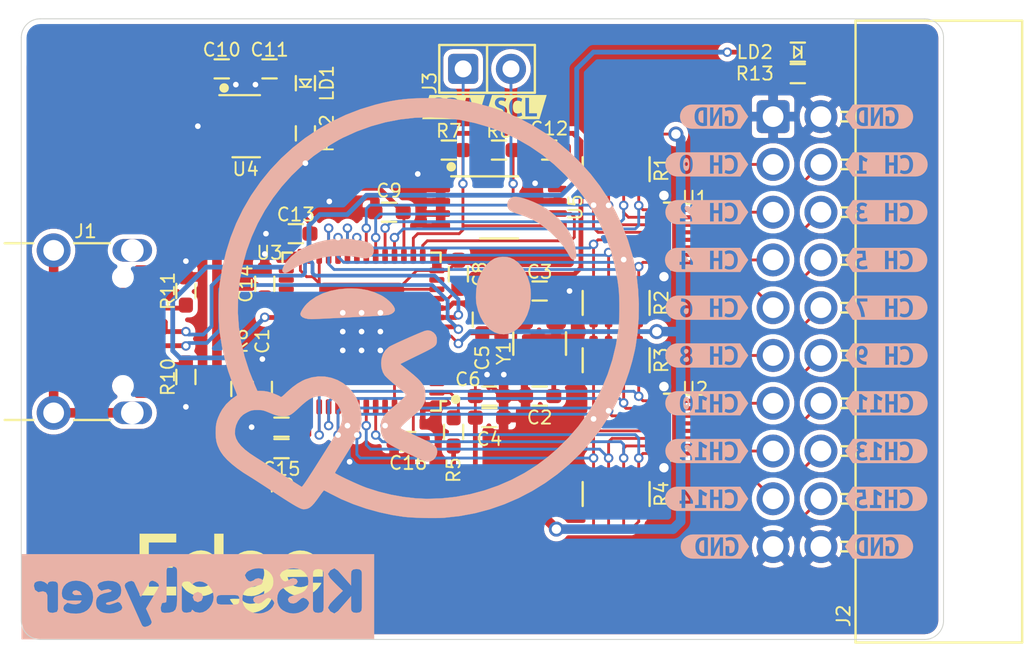
<source format=kicad_pcb>
(kicad_pcb (version 20171130) (host pcbnew 5.1.12-84ad8e8a86~92~ubuntu21.04.1)
  (layers (0 F.Cu signal) (31 B.Cu signal) (34 B.Paste user hide) (35 F.Paste user hide) (36 B.SilkS user) (37 F.SilkS user) (38 B.Mask user hide) (39 F.Mask user) (44 Edge.Cuts user))
  (net 0 "")
  (net 1 GND)
  (net 2 /~RST)
  (net 3 /XTALOUT)
  (net 4 /XTALIN)
  (net 5 +3V3)
  (net 6 Vbus)
  (net 7 "Net-(J1-PadB5)")
  (net 8 "Net-(J1-PadA8)")
  (net 9 "Net-(J1-PadB8)")
  (net 10 "Net-(J1-PadA5)")
  (net 11 "Net-(J1-PadSH)")
  (net 12 /_PD7)
  (net 13 /_PD6)
  (net 14 /_PD5)
  (net 15 /_PD4)
  (net 16 /_PD3)
  (net 17 /_PD2)
  (net 18 /_PD1)
  (net 19 /_PD0)
  (net 20 /_PB7)
  (net 21 /_PB6)
  (net 22 /_PB5)
  (net 23 /_PB4)
  (net 24 /_PB3)
  (net 25 /_PB2)
  (net 26 /_PB1)
  (net 27 /_PB0)
  (net 28 "Net-(LD1-Pad1)")
  (net 29 "Net-(LD2-Pad1)")
  (net 30 /PA1)
  (net 31 /PB0)
  (net 32 /PB2)
  (net 33 /PB1)
  (net 34 /PB3)
  (net 35 /PB4)
  (net 36 /PB6)
  (net 37 /PB5)
  (net 38 /PB7)
  (net 39 /PD0)
  (net 40 /PD2)
  (net 41 /PD1)
  (net 42 /PD3)
  (net 43 /PD4)
  (net 44 /PD6)
  (net 45 /PD5)
  (net 46 /PD7)
  (net 47 "Net-(R5-Pad2)")
  (net 48 /SCL)
  (net 49 /SDA)
  (net 50 /~WKP)
  (net 51 "Net-(U3-Pad54)")
  (net 52 "Net-(U3-Pad31)")
  (net 53 "Net-(U3-Pad40)")
  (net 54 "Net-(U3-Pad36)")
  (net 55 "Net-(U3-Pad33)")
  (net 56 "Net-(U3-Pad35)")
  (net 57 "Net-(U3-Pad37)")
  (net 58 "Net-(U3-Pad30)")
  (net 59 "Net-(U3-Pad29)")
  (net 60 "Net-(U3-Pad39)")
  (net 61 "Net-(U3-Pad38)")
  (net 62 "Net-(U3-Pad13)")
  (net 63 "Net-(U3-Pad2)")
  (net 64 /USB_P)
  (net 65 /USB_N)
  (module packages_QFN:QFN0.5P8.00X8.00X0.90-56 (layer F.Cu) (at 128.079 103.632 180)
    (fp_text reference U3 (at 4.889 4.191) (layer F.SilkS) (effects (font (size 0.7 0.7) (thickness 0.1))))
    (fp_text value CY7C68013A hide)
    (pad 45 smd roundrect (at 2.25 -4 180) (size 0.3 0.8) (layers F.Cu F.Paste F.Mask) (roundrect_rratio 0.286) (net 39 /PD0))
    (pad 54 smd roundrect (at -2.25 -4 180) (size 0.3 0.8) (layers F.Cu F.Paste F.Mask) (roundrect_rratio 0.286) (net 51 "Net-(U3-Pad54)"))
    (pad 56 smd roundrect (at -3.25 -4 180) (size 0.3 0.8) (layers F.Cu F.Paste F.Mask) (roundrect_rratio 0.286) (net 1 GND))
    (pad 50 smd roundrect (at -0.25 -4 180) (size 0.3 0.8) (layers F.Cu F.Paste F.Mask) (roundrect_rratio 0.286) (net 45 /PD5))
    (pad 47 smd roundrect (at 1.25 -4 180) (size 0.3 0.8) (layers F.Cu F.Paste F.Mask) (roundrect_rratio 0.286) (net 40 /PD2))
    (pad 49 smd roundrect (at 0.25 -4 180) (size 0.3 0.8) (layers F.Cu F.Paste F.Mask) (roundrect_rratio 0.286) (net 43 /PD4))
    (pad 51 smd roundrect (at -0.75 -4 180) (size 0.3 0.8) (layers F.Cu F.Paste F.Mask) (roundrect_rratio 0.286) (net 44 /PD6))
    (pad 44 smd roundrect (at 2.75 -4 180) (size 0.3 0.8) (layers F.Cu F.Paste F.Mask) (roundrect_rratio 0.286) (net 50 /~WKP))
    (pad 43 smd roundrect (at 3.25 -4 180) (size 0.3 0.8) (layers F.Cu F.Paste F.Mask) (roundrect_rratio 0.286) (net 5 +3V3))
    (pad 46 smd roundrect (at 1.75 -4 180) (size 0.3 0.8) (layers F.Cu F.Paste F.Mask) (roundrect_rratio 0.286) (net 41 /PD1))
    (pad 48 smd roundrect (at 0.75 -4 180) (size 0.3 0.8) (layers F.Cu F.Paste F.Mask) (roundrect_rratio 0.286) (net 42 /PD3))
    (pad 53 smd roundrect (at -1.75 -4 180) (size 0.3 0.8) (layers F.Cu F.Paste F.Mask) (roundrect_rratio 0.286) (net 1 GND))
    (pad 55 smd roundrect (at -2.75 -4 180) (size 0.3 0.8) (layers F.Cu F.Paste F.Mask) (roundrect_rratio 0.286) (net 5 +3V3))
    (pad 52 smd roundrect (at -1.25 -4 180) (size 0.3 0.8) (layers F.Cu F.Paste F.Mask) (roundrect_rratio 0.286) (net 46 /PD7))
    (pad 31 smd roundrect (at 4 2.25 90) (size 0.3 0.8) (layers F.Cu F.Paste F.Mask) (roundrect_rratio 0.286) (net 52 "Net-(U3-Pad31)"))
    (pad 40 smd roundrect (at 4 -2.25 90) (size 0.3 0.8) (layers F.Cu F.Paste F.Mask) (roundrect_rratio 0.286) (net 53 "Net-(U3-Pad40)"))
    (pad 42 smd roundrect (at 4 -3.25 90) (size 0.3 0.8) (layers F.Cu F.Paste F.Mask) (roundrect_rratio 0.286) (net 2 /~RST))
    (pad 36 smd roundrect (at 4 -0.25 90) (size 0.3 0.8) (layers F.Cu F.Paste F.Mask) (roundrect_rratio 0.286) (net 54 "Net-(U3-Pad36)"))
    (pad 33 smd roundrect (at 4 1.25 90) (size 0.3 0.8) (layers F.Cu F.Paste F.Mask) (roundrect_rratio 0.286) (net 55 "Net-(U3-Pad33)"))
    (pad 35 smd roundrect (at 4 0.25 90) (size 0.3 0.8) (layers F.Cu F.Paste F.Mask) (roundrect_rratio 0.286) (net 56 "Net-(U3-Pad35)"))
    (pad 37 smd roundrect (at 4 -0.75 90) (size 0.3 0.8) (layers F.Cu F.Paste F.Mask) (roundrect_rratio 0.286) (net 57 "Net-(U3-Pad37)"))
    (pad 30 smd roundrect (at 4 2.75 90) (size 0.3 0.8) (layers F.Cu F.Paste F.Mask) (roundrect_rratio 0.286) (net 58 "Net-(U3-Pad30)"))
    (pad 29 smd roundrect (at 4 3.25 90) (size 0.3 0.8) (layers F.Cu F.Paste F.Mask) (roundrect_rratio 0.286) (net 59 "Net-(U3-Pad29)"))
    (pad 32 smd roundrect (at 4 1.75 90) (size 0.3 0.8) (layers F.Cu F.Paste F.Mask) (roundrect_rratio 0.286) (net 5 +3V3))
    (pad 34 smd roundrect (at 4 0.75 90) (size 0.3 0.8) (layers F.Cu F.Paste F.Mask) (roundrect_rratio 0.286) (net 30 /PA1))
    (pad 39 smd roundrect (at 4 -1.75 90) (size 0.3 0.8) (layers F.Cu F.Paste F.Mask) (roundrect_rratio 0.286) (net 60 "Net-(U3-Pad39)"))
    (pad 41 smd roundrect (at 4 -2.75 90) (size 0.3 0.8) (layers F.Cu F.Paste F.Mask) (roundrect_rratio 0.286) (net 1 GND))
    (pad 38 smd roundrect (at 4 -1.25 90) (size 0.3 0.8) (layers F.Cu F.Paste F.Mask) (roundrect_rratio 0.286) (net 61 "Net-(U3-Pad38)"))
    (pad 17 smd roundrect (at -2.25 4) (size 0.3 0.8) (layers F.Cu F.Paste F.Mask) (roundrect_rratio 0.286) (net 5 +3V3))
    (pad 26 smd roundrect (at 2.25 4) (size 0.3 0.8) (layers F.Cu F.Paste F.Mask) (roundrect_rratio 0.286) (net 1 GND))
    (pad 28 smd roundrect (at 3.25 4) (size 0.3 0.8) (layers F.Cu F.Paste F.Mask) (roundrect_rratio 0.286) (net 1 GND))
    (pad 22 smd roundrect (at 0.25 4) (size 0.3 0.8) (layers F.Cu F.Paste F.Mask) (roundrect_rratio 0.286) (net 35 /PB4))
    (pad 19 smd roundrect (at -1.25 4) (size 0.3 0.8) (layers F.Cu F.Paste F.Mask) (roundrect_rratio 0.286) (net 33 /PB1))
    (pad 21 smd roundrect (at -0.25 4) (size 0.3 0.8) (layers F.Cu F.Paste F.Mask) (roundrect_rratio 0.286) (net 34 /PB3))
    (pad 23 smd roundrect (at 0.75 4) (size 0.3 0.8) (layers F.Cu F.Paste F.Mask) (roundrect_rratio 0.286) (net 37 /PB5))
    (pad 16 smd roundrect (at -2.75 4) (size 0.3 0.8) (layers F.Cu F.Paste F.Mask) (roundrect_rratio 0.286) (net 49 /SDA))
    (pad 15 smd roundrect (at -3.25 4) (size 0.3 0.8) (layers F.Cu F.Paste F.Mask) (roundrect_rratio 0.286) (net 48 /SCL))
    (pad 18 smd roundrect (at -1.75 4) (size 0.3 0.8) (layers F.Cu F.Paste F.Mask) (roundrect_rratio 0.286) (net 31 /PB0))
    (pad 20 smd roundrect (at -0.75 4) (size 0.3 0.8) (layers F.Cu F.Paste F.Mask) (roundrect_rratio 0.286) (net 32 /PB2))
    (pad 25 smd roundrect (at 1.75 4) (size 0.3 0.8) (layers F.Cu F.Paste F.Mask) (roundrect_rratio 0.286) (net 38 /PB7))
    (pad 27 smd roundrect (at 2.75 4) (size 0.3 0.8) (layers F.Cu F.Paste F.Mask) (roundrect_rratio 0.286) (net 5 +3V3))
    (pad 24 smd roundrect (at 1.25 4) (size 0.3 0.8) (layers F.Cu F.Paste F.Mask) (roundrect_rratio 0.286) (net 36 /PB6))
    (pad 14 smd roundrect (at -4 3.25 270) (size 0.3 0.8) (layers F.Cu F.Paste F.Mask) (roundrect_rratio 0.286) (net 1 GND))
    (pad 13 smd roundrect (at -4 2.75 270) (size 0.3 0.8) (layers F.Cu F.Paste F.Mask) (roundrect_rratio 0.286) (net 62 "Net-(U3-Pad13)"))
    (pad 12 smd roundrect (at -4 2.25 270) (size 0.3 0.8) (layers F.Cu F.Paste F.Mask) (roundrect_rratio 0.286) (net 1 GND))
    (pad 11 smd roundrect (at -4 1.75 270) (size 0.3 0.8) (layers F.Cu F.Paste F.Mask) (roundrect_rratio 0.286) (net 5 +3V3))
    (pad 10 smd roundrect (at -4 1.25 270) (size 0.3 0.8) (layers F.Cu F.Paste F.Mask) (roundrect_rratio 0.286) (net 1 GND))
    (pad 9 smd roundrect (at -4 0.75 270) (size 0.3 0.8) (layers F.Cu F.Paste F.Mask) (roundrect_rratio 0.286) (net 65 /USB_N))
    (pad 8 smd roundrect (at -4 0.25 270) (size 0.3 0.8) (layers F.Cu F.Paste F.Mask) (roundrect_rratio 0.286) (net 64 /USB_P))
    (pad 7 smd roundrect (at -4 -0.25 270) (size 0.3 0.8) (layers F.Cu F.Paste F.Mask) (roundrect_rratio 0.286) (net 5 +3V3))
    (pad 6 smd roundrect (at -4 -0.75 270) (size 0.3 0.8) (layers F.Cu F.Paste F.Mask) (roundrect_rratio 0.286) (net 1 GND))
    (pad 5 smd roundrect (at -4 -1.25 270) (size 0.3 0.8) (layers F.Cu F.Paste F.Mask) (roundrect_rratio 0.286) (net 4 /XTALIN))
    (pad 4 smd roundrect (at -4 -1.75 270) (size 0.3 0.8) (layers F.Cu F.Paste F.Mask) (roundrect_rratio 0.286) (net 3 /XTALOUT))
    (pad 3 smd roundrect (at -4 -2.25 270) (size 0.3 0.8) (layers F.Cu F.Paste F.Mask) (roundrect_rratio 0.286) (net 5 +3V3))
    (pad 2 smd roundrect (at -4 -2.75 270) (size 0.3 0.8) (layers F.Cu F.Paste F.Mask) (roundrect_rratio 0.286) (net 63 "Net-(U3-Pad2)"))
    (pad EP smd roundrect (at 0 0 180) (size 1 1.155555) (layers F.Cu F.Paste F.Mask) (roundrect_rratio 0.055999) (net 1 GND))
    (pad EP smd roundrect (at 1.143 1.397) (size 1 1.155555) (layers F.Cu F.Paste F.Mask) (roundrect_rratio 0.055999) (net 1 GND))
    (pad EP smd roundrect (at -1.143 -1.397 180) (size 1 1.155555) (layers F.Cu F.Paste F.Mask) (roundrect_rratio 0.055999) (net 1 GND))
    (pad EP smd roundrect (at -1.143 1.397) (size 1 1.155555) (layers F.Cu F.Paste F.Mask) (roundrect_rratio 0.055999) (net 1 GND))
    (pad EP smd roundrect (at 1.143 -1.397 180) (size 1 1.155555) (layers F.Cu F.Paste F.Mask) (roundrect_rratio 0.055999) (net 1 GND))
    (pad EP smd roundrect (at 0 0 180) (size 4.5 5.2) (layers F.Cu F.Mask) (roundrect_rratio 0.05599977777777778) (net 1 GND))
    (pad 1 smd roundrect (at -4 -3.25 270) (size 0.3 0.8) (layers F.Cu F.Paste F.Mask) (roundrect_rratio 0.286) (net 47 "Net-(R5-Pad2)"))
  )
  (module connectors_header:HDRVTH2P2.54_1x02 (layer F.Cu) (at 133.477 89.662)
    (fp_text reference J3 (at -1.778 0.762 90) (layer F.SilkS) (effects (font (size 0.7 0.7) (thickness 0.1))))
    (fp_text value header_01x02_male hide)
    (pad 2 thru_hole circle (at 2.54 0) (size 1.6 1.6) (drill 0.9) (layers *.Cu *.Mask) (net 48 /SCL))
    (pad 1 thru_hole roundrect (at 0 0) (size 1.6 1.6) (drill 0.9) (layers *.Cu *.Mask) (roundrect_rratio 0.164) (net 49 /SDA))
  )
  (module icons:onEdge_15.00X4.20 (layer F.Cu) (at 118.237 116.459)
    (fp_text reference G*** hide)
    (fp_text value LOGO hide)
  )
  (module icons:kissingSmiley_22.5X22.5 (layer B.Cu) (at 131.572 102.362 180)
    (fp_text reference G*** hide)
    (fp_text value LOGO hide)
  )
  (module crystals-oscillators:XTAL3.20X2.50X0.80 (layer F.Cu) (at 137.541 104.267 90)
    (fp_text reference Y1 (at -0.508 -1.905 90) (layer F.SilkS) (effects (font (size 0.7 0.7) (thickness 0.1))))
    (fp_text value 24MHz hide)
    (pad 3 smd roundrect (at 1.4 -0.875 90) (size 1.3 1.05) (layers F.Cu F.Paste F.Mask) (roundrect_rratio 0.238) (net 4 /XTALIN))
    (pad 1 smd roundrect (at -1.4 0.875 270) (size 1.3 1.05) (layers F.Cu F.Paste F.Mask) (roundrect_rratio 0.238) (net 3 /XTALOUT))
    (pad 4 smd roundrect (at -1.4 -0.875 90) (size 1.3 1.05) (layers F.Cu F.Paste F.Mask) (roundrect_rratio 0.238) (net 1 GND))
    (pad 2 smd roundrect (at 1.4 0.875 270) (size 1.3 1.05) (layers F.Cu F.Paste F.Mask) (roundrect_rratio 0.238) (net 1 GND))
  )
  (module packages_MSOP:MSOP0.65P6.40X1.20-8 (layer F.Cu) (at 135.382 97.028 270)
    (fp_text reference U5 (at 0 -4.064 90) (layer F.SilkS) (effects (font (size 0.7 0.7) (thickness 0.1))))
    (fp_text value 24LC01 hide)
    (pad 8 smd roundrect (at -0.975 -3.1 90) (size 0.35 1) (layers F.Cu F.Paste F.Mask) (net 5 +3V3))
    (pad 5 smd roundrect (at 0.975 -3.1 90) (size 0.35 1) (layers F.Cu F.Paste F.Mask) (net 49 /SDA))
    (pad 7 smd roundrect (at -0.325 -3.1 90) (size 0.35 1) (layers F.Cu F.Paste F.Mask) (net 1 GND))
    (pad 6 smd roundrect (at 0.325 -3.1 90) (size 0.35 1) (layers F.Cu F.Paste F.Mask) (net 48 /SCL))
    (pad 4 smd roundrect (at 0.975 3.1 270) (size 0.35 1) (layers F.Cu F.Paste F.Mask) (net 1 GND))
    (pad 3 smd roundrect (at 0.325 3.1 270) (size 0.35 1) (layers F.Cu F.Paste F.Mask) (net 1 GND))
    (pad 2 smd roundrect (at -0.325 3.1 270) (size 0.35 1) (layers F.Cu F.Paste F.Mask) (net 1 GND))
    (pad 1 smd roundrect (at -0.975 3.1 270) (size 0.35 1) (layers F.Cu F.Paste F.Mask) (net 1 GND))
  )
  (module packages_SOT:SOT230.9P2.7X2.9-5 (layer F.Cu) (at 121.92 92.71 270)
    (fp_text reference U4 (at 2.286 0) (layer F.SilkS) (effects (font (size 0.7 0.7) (thickness 0.1))))
    (fp_text value MIC5317 hide)
    (pad 5 smd roundrect (at -0.95 -1.35) (size 1.06 0.55) (layers F.Cu F.Paste F.Mask) (net 5 +3V3))
    (pad 4 smd roundrect (at 0.95 -1.35) (size 1.06 0.55) (layers F.Cu F.Paste F.Mask))
    (pad 3 smd roundrect (at 0.95 1.35) (size 1.06 0.55) (layers F.Cu F.Paste F.Mask) (net 6 Vbus))
    (pad 2 smd roundrect (at 0 1.35) (size 1.06 0.55) (layers F.Cu F.Paste F.Mask) (net 1 GND))
    (pad 1 smd roundrect (at -0.95 1.35) (size 1.06 0.55) (layers F.Cu F.Paste F.Mask) (net 6 Vbus))
  )
  (module packages_DFN:DFN3.30X1.35X0.55-16 (layer F.Cu) (at 144.78 108.712 270)
    (fp_text reference U2 (at -2.032 -1.016 180) (layer F.SilkS) (effects (font (size 0.7 0.7) (thickness 0.1))))
    (fp_text value IP425x-8 hide)
    (pad EP smd roundrect (at 0 0 270) (size 0.35 0.35) (layers F.Cu F.Paste F.Mask) (roundrect_rratio 0.2859971428571428) (net 1 GND))
    (pad EP smd roundrect (at -1 0 90) (size 0.35 0.35) (layers F.Cu F.Paste F.Mask) (roundrect_rratio 0.2859971428571428) (net 1 GND))
    (pad EP smd roundrect (at 1 0 270) (size 0.35 0.35) (layers F.Cu F.Paste F.Mask) (roundrect_rratio 0.2859971428571428) (net 1 GND))
    (pad EP smd roundrect (at 0 0 270) (size 3 0.4) (layers F.Cu F.Mask) (net 1 GND))
    (pad 13 smd roundrect (at -0.2 -0.715 270) (size 0.22 0.65) (layers F.Cu F.Paste F.Mask) (net 16 /_PD3))
    (pad 14 smd roundrect (at -0.6 -0.715 270) (size 0.22 0.65) (layers F.Cu F.Paste F.Mask) (net 17 /_PD2))
    (pad 16 smd roundrect (at -1.4 -0.715 270) (size 0.22 0.65) (layers F.Cu F.Paste F.Mask) (net 19 /_PD0))
    (pad 15 smd roundrect (at -1 -0.715 270) (size 0.22 0.65) (layers F.Cu F.Paste F.Mask) (net 18 /_PD1))
    (pad 10 smd roundrect (at 1 -0.715 270) (size 0.22 0.65) (layers F.Cu F.Paste F.Mask) (net 13 /_PD6))
    (pad 12 smd roundrect (at 0.2 -0.715 270) (size 0.22 0.65) (layers F.Cu F.Paste F.Mask) (net 15 /_PD4))
    (pad 11 smd roundrect (at 0.6 -0.715 270) (size 0.22 0.65) (layers F.Cu F.Paste F.Mask) (net 14 /_PD5))
    (pad 9 smd roundrect (at 1.4 -0.715 270) (size 0.22 0.65) (layers F.Cu F.Paste F.Mask) (net 12 /_PD7))
    (pad 8 smd roundrect (at 1.4 0.715 90) (size 0.22 0.65) (layers F.Cu F.Paste F.Mask) (net 46 /PD7))
    (pad 7 smd roundrect (at 1 0.715 90) (size 0.22 0.65) (layers F.Cu F.Paste F.Mask) (net 44 /PD6))
    (pad 6 smd roundrect (at 0.6 0.715 90) (size 0.22 0.65) (layers F.Cu F.Paste F.Mask) (net 45 /PD5))
    (pad 5 smd roundrect (at 0.2 0.715 90) (size 0.22 0.65) (layers F.Cu F.Paste F.Mask) (net 43 /PD4))
    (pad 4 smd roundrect (at -0.2 0.715 90) (size 0.22 0.65) (layers F.Cu F.Paste F.Mask) (net 42 /PD3))
    (pad 3 smd roundrect (at -0.6 0.715 90) (size 0.22 0.65) (layers F.Cu F.Paste F.Mask) (net 40 /PD2))
    (pad 2 smd roundrect (at -1 0.715 90) (size 0.22 0.65) (layers F.Cu F.Paste F.Mask) (net 41 /PD1))
    (pad 1 smd roundrect (at -1.4 0.715 90) (size 0.22 0.65) (layers F.Cu F.Paste F.Mask) (net 39 /PD0))
  )
  (module packages_DFN:DFN3.30X1.35X0.55-16 (layer F.Cu) (at 144.78 98.552 270)
    (fp_text reference U1 (at -2.032 -1.016 180) (layer F.SilkS) (effects (font (size 0.7 0.7) (thickness 0.1))))
    (fp_text value IP425x-8 hide)
    (pad EP smd roundrect (at 0 0 270) (size 0.35 0.35) (layers F.Cu F.Paste F.Mask) (roundrect_rratio 0.2859971428571428) (net 1 GND))
    (pad EP smd roundrect (at -1 0 90) (size 0.35 0.35) (layers F.Cu F.Paste F.Mask) (roundrect_rratio 0.2859971428571428) (net 1 GND))
    (pad EP smd roundrect (at 1 0 270) (size 0.35 0.35) (layers F.Cu F.Paste F.Mask) (roundrect_rratio 0.2859971428571428) (net 1 GND))
    (pad EP smd roundrect (at 0 0 270) (size 3 0.4) (layers F.Cu F.Mask) (net 1 GND))
    (pad 13 smd roundrect (at -0.2 -0.715 270) (size 0.22 0.65) (layers F.Cu F.Paste F.Mask) (net 24 /_PB3))
    (pad 14 smd roundrect (at -0.6 -0.715 270) (size 0.22 0.65) (layers F.Cu F.Paste F.Mask) (net 25 /_PB2))
    (pad 16 smd roundrect (at -1.4 -0.715 270) (size 0.22 0.65) (layers F.Cu F.Paste F.Mask) (net 27 /_PB0))
    (pad 15 smd roundrect (at -1 -0.715 270) (size 0.22 0.65) (layers F.Cu F.Paste F.Mask) (net 26 /_PB1))
    (pad 10 smd roundrect (at 1 -0.715 270) (size 0.22 0.65) (layers F.Cu F.Paste F.Mask) (net 21 /_PB6))
    (pad 12 smd roundrect (at 0.2 -0.715 270) (size 0.22 0.65) (layers F.Cu F.Paste F.Mask) (net 23 /_PB4))
    (pad 11 smd roundrect (at 0.6 -0.715 270) (size 0.22 0.65) (layers F.Cu F.Paste F.Mask) (net 22 /_PB5))
    (pad 9 smd roundrect (at 1.4 -0.715 270) (size 0.22 0.65) (layers F.Cu F.Paste F.Mask) (net 20 /_PB7))
    (pad 8 smd roundrect (at 1.4 0.715 90) (size 0.22 0.65) (layers F.Cu F.Paste F.Mask) (net 38 /PB7))
    (pad 7 smd roundrect (at 1 0.715 90) (size 0.22 0.65) (layers F.Cu F.Paste F.Mask) (net 36 /PB6))
    (pad 6 smd roundrect (at 0.6 0.715 90) (size 0.22 0.65) (layers F.Cu F.Paste F.Mask) (net 37 /PB5))
    (pad 5 smd roundrect (at 0.2 0.715 90) (size 0.22 0.65) (layers F.Cu F.Paste F.Mask) (net 35 /PB4))
    (pad 4 smd roundrect (at -0.2 0.715 90) (size 0.22 0.65) (layers F.Cu F.Paste F.Mask) (net 34 /PB3))
    (pad 3 smd roundrect (at -0.6 0.715 90) (size 0.22 0.65) (layers F.Cu F.Paste F.Mask) (net 32 /PB2))
    (pad 2 smd roundrect (at -1 0.715 90) (size 0.22 0.65) (layers F.Cu F.Paste F.Mask) (net 33 /PB1))
    (pad 1 smd roundrect (at -1.4 0.715 90) (size 0.22 0.65) (layers F.Cu F.Paste F.Mask) (net 31 /PB0))
  )
  (module resistors:R_0603 (layer F.Cu) (at 151.257 89.916 180)
    (fp_text reference R13 (at 2.286 0 180) (layer F.SilkS) (effects (font (size 0.7 0.7) (thickness 0.1))))
    (fp_text value 2k7 hide)
    (pad 1 smd roundrect (at -0.75 0 180) (size 0.8 0.75) (layers F.Cu F.Paste F.Mask) (net 29 "Net-(LD2-Pad1)"))
    (pad 2 smd roundrect (at 0.75 0 180) (size 0.8 0.75) (layers F.Cu F.Paste F.Mask) (net 1 GND))
  )
  (module resistors:R_0603 (layer F.Cu) (at 125.095 93.091 270)
    (fp_text reference R12 (at 0 -1.143 270) (layer F.SilkS) (effects (font (size 0.7 0.7) (thickness 0.1))))
    (fp_text value 2k7 hide)
    (pad 1 smd roundrect (at -0.75 0 270) (size 0.8 0.75) (layers F.Cu F.Paste F.Mask) (net 28 "Net-(LD1-Pad1)"))
    (pad 2 smd roundrect (at 0.75 0 270) (size 0.8 0.75) (layers F.Cu F.Paste F.Mask) (net 1 GND))
  )
  (module resistors:R_0603 (layer F.Cu) (at 118.745 101.473 270)
    (fp_text reference R11 (at 0 0.9525 270) (layer F.SilkS) (effects (font (size 0.7 0.7) (thickness 0.1))))
    (fp_text value 5k1 hide)
    (pad 1 smd roundrect (at -0.75 0 270) (size 0.8 0.75) (layers F.Cu F.Paste F.Mask) (net 1 GND))
    (pad 2 smd roundrect (at 0.75 0 270) (size 0.8 0.75) (layers F.Cu F.Paste F.Mask) (net 10 "Net-(J1-PadA5)"))
  )
  (module resistors:R_0603 (layer F.Cu) (at 118.745 106.045 90)
    (fp_text reference R10 (at 0 -0.9525 270) (layer F.SilkS) (effects (font (size 0.7 0.7) (thickness 0.1))))
    (fp_text value 5k1 hide)
    (pad 1 smd roundrect (at -0.75 0 90) (size 0.8 0.75) (layers F.Cu F.Paste F.Mask) (net 1 GND))
    (pad 2 smd roundrect (at 0.75 0 90) (size 0.8 0.75) (layers F.Cu F.Paste F.Mask) (net 7 "Net-(J1-PadB5)"))
  )
  (module resistors:R_0603 (layer F.Cu) (at 123.825 109.855 180)
    (fp_text reference R9 (at 0 -1.9685 180) (layer F.SilkS) (effects (font (size 0.7 0.7) (thickness 0.1))))
    (fp_text value 2k7 hide)
    (pad 1 smd roundrect (at -0.75 0 180) (size 0.8 0.75) (layers F.Cu F.Paste F.Mask) (net 50 /~WKP))
    (pad 2 smd roundrect (at 0.75 0 180) (size 0.8 0.75) (layers F.Cu F.Paste F.Mask) (net 5 +3V3))
  )
  (module resistors:R_0603 (layer F.Cu) (at 121.666 106.68 90)
    (fp_text reference R8 (at 2.54 0 270) (layer F.SilkS) (effects (font (size 0.7 0.7) (thickness 0.1))))
    (fp_text value 2k7 hide)
    (pad 1 smd roundrect (at -0.75 0 90) (size 0.8 0.75) (layers F.Cu F.Paste F.Mask) (net 2 /~RST))
    (pad 2 smd roundrect (at 0.75 0 90) (size 0.8 0.75) (layers F.Cu F.Paste F.Mask) (net 5 +3V3))
  )
  (module resistors:R_0603 (layer F.Cu) (at 132.715 93.98)
    (fp_text reference R7 (at 0 -1.016 180) (layer F.SilkS) (effects (font (size 0.7 0.7) (thickness 0.1))))
    (fp_text value 2k7 hide)
    (pad 1 smd roundrect (at -0.75 0) (size 0.8 0.75) (layers F.Cu F.Paste F.Mask) (net 5 +3V3))
    (pad 2 smd roundrect (at 0.75 0) (size 0.8 0.75) (layers F.Cu F.Paste F.Mask) (net 49 /SDA))
  )
  (module resistors:R_0603 (layer F.Cu) (at 135.382 93.98)
    (fp_text reference R6 (at 0 -1.016 180) (layer F.SilkS) (effects (font (size 0.7 0.7) (thickness 0.1))))
    (fp_text value 2k7 hide)
    (pad 1 smd roundrect (at -0.75 0) (size 0.8 0.75) (layers F.Cu F.Paste F.Mask) (net 5 +3V3))
    (pad 2 smd roundrect (at 0.75 0) (size 0.8 0.75) (layers F.Cu F.Paste F.Mask) (net 48 /SCL))
  )
  (module resistors:R_0603 (layer F.Cu) (at 132.969 108.966 90)
    (fp_text reference R5 (at -2.032 0 90) (layer F.SilkS) (effects (font (size 0.7 0.7) (thickness 0.1))))
    (fp_text value 2k7 hide)
    (pad 1 smd roundrect (at -0.75 0 90) (size 0.8 0.75) (layers F.Cu F.Paste F.Mask) (net 5 +3V3))
    (pad 2 smd roundrect (at 0.75 0 90) (size 0.8 0.75) (layers F.Cu F.Paste F.Mask) (net 47 "Net-(R5-Pad2)"))
  )
  (module resistors:BOURNS_CAY16-J4_1206-4 (layer F.Cu) (at 141.605 112.268)
    (fp_text reference R4 (at 2.413 0 90) (layer F.SilkS) (effects (font (size 0.7 0.7) (thickness 0.1))))
    (fp_text value 100k hide)
    (pad 8 smd roundrect (at -1.2 -0.85 180) (size 0.45 0.9) (layers F.Cu F.Paste F.Mask) (net 43 /PD4))
    (pad 6 smd roundrect (at 0.4 -0.85 180) (size 0.4 0.9) (layers F.Cu F.Paste F.Mask) (net 44 /PD6))
    (pad 7 smd roundrect (at -0.4 -0.85 180) (size 0.4 0.9) (layers F.Cu F.Paste F.Mask) (net 45 /PD5))
    (pad 5 smd roundrect (at 1.2 -0.85 180) (size 0.45 0.9) (layers F.Cu F.Paste F.Mask) (net 46 /PD7))
    (pad 4 smd roundrect (at 1.2 0.85) (size 0.45 0.9) (layers F.Cu F.Paste F.Mask) (net 5 +3V3))
    (pad 3 smd roundrect (at 0.4 0.85) (size 0.4 0.9) (layers F.Cu F.Paste F.Mask) (net 5 +3V3))
    (pad 2 smd roundrect (at -0.4 0.85) (size 0.4 0.9) (layers F.Cu F.Paste F.Mask) (net 5 +3V3))
    (pad 1 smd roundrect (at -1.2 0.85) (size 0.45 0.9) (layers F.Cu F.Paste F.Mask) (net 5 +3V3))
  )
  (module resistors:BOURNS_CAY16-J4_1206-4 (layer F.Cu) (at 141.605 105.156 180)
    (fp_text reference R3 (at -2.413 0 90) (layer F.SilkS) (effects (font (size 0.7 0.7) (thickness 0.1))))
    (fp_text value 100k hide)
    (pad 8 smd roundrect (at -1.2 -0.85) (size 0.45 0.9) (layers F.Cu F.Paste F.Mask) (net 39 /PD0))
    (pad 6 smd roundrect (at 0.4 -0.85) (size 0.4 0.9) (layers F.Cu F.Paste F.Mask) (net 40 /PD2))
    (pad 7 smd roundrect (at -0.4 -0.85) (size 0.4 0.9) (layers F.Cu F.Paste F.Mask) (net 41 /PD1))
    (pad 5 smd roundrect (at 1.2 -0.85) (size 0.45 0.9) (layers F.Cu F.Paste F.Mask) (net 42 /PD3))
    (pad 4 smd roundrect (at 1.2 0.85 180) (size 0.45 0.9) (layers F.Cu F.Paste F.Mask) (net 5 +3V3))
    (pad 3 smd roundrect (at 0.4 0.85 180) (size 0.4 0.9) (layers F.Cu F.Paste F.Mask) (net 5 +3V3))
    (pad 2 smd roundrect (at -0.4 0.85 180) (size 0.4 0.9) (layers F.Cu F.Paste F.Mask) (net 5 +3V3))
    (pad 1 smd roundrect (at -1.2 0.85 180) (size 0.45 0.9) (layers F.Cu F.Paste F.Mask) (net 5 +3V3))
  )
  (module resistors:BOURNS_CAY16-J4_1206-4 (layer F.Cu) (at 141.605 102.108)
    (fp_text reference R2 (at 2.413 0 90) (layer F.SilkS) (effects (font (size 0.7 0.7) (thickness 0.1))))
    (fp_text value 100k hide)
    (pad 8 smd roundrect (at -1.2 -0.85 180) (size 0.45 0.9) (layers F.Cu F.Paste F.Mask) (net 35 /PB4))
    (pad 6 smd roundrect (at 0.4 -0.85 180) (size 0.4 0.9) (layers F.Cu F.Paste F.Mask) (net 36 /PB6))
    (pad 7 smd roundrect (at -0.4 -0.85 180) (size 0.4 0.9) (layers F.Cu F.Paste F.Mask) (net 37 /PB5))
    (pad 5 smd roundrect (at 1.2 -0.85 180) (size 0.45 0.9) (layers F.Cu F.Paste F.Mask) (net 38 /PB7))
    (pad 4 smd roundrect (at 1.2 0.85) (size 0.45 0.9) (layers F.Cu F.Paste F.Mask) (net 5 +3V3))
    (pad 3 smd roundrect (at 0.4 0.85) (size 0.4 0.9) (layers F.Cu F.Paste F.Mask) (net 5 +3V3))
    (pad 2 smd roundrect (at -0.4 0.85) (size 0.4 0.9) (layers F.Cu F.Paste F.Mask) (net 5 +3V3))
    (pad 1 smd roundrect (at -1.2 0.85) (size 0.45 0.9) (layers F.Cu F.Paste F.Mask) (net 5 +3V3))
  )
  (module resistors:BOURNS_CAY16-J4_1206-4 (layer F.Cu) (at 141.605 94.996 180)
    (fp_text reference R1 (at -2.413 0 90) (layer F.SilkS) (effects (font (size 0.7 0.7) (thickness 0.1))))
    (fp_text value 100k hide)
    (pad 8 smd roundrect (at -1.2 -0.85) (size 0.45 0.9) (layers F.Cu F.Paste F.Mask) (net 31 /PB0))
    (pad 6 smd roundrect (at 0.4 -0.85) (size 0.4 0.9) (layers F.Cu F.Paste F.Mask) (net 32 /PB2))
    (pad 7 smd roundrect (at -0.4 -0.85) (size 0.4 0.9) (layers F.Cu F.Paste F.Mask) (net 33 /PB1))
    (pad 5 smd roundrect (at 1.2 -0.85) (size 0.45 0.9) (layers F.Cu F.Paste F.Mask) (net 34 /PB3))
    (pad 4 smd roundrect (at 1.2 0.85 180) (size 0.45 0.9) (layers F.Cu F.Paste F.Mask) (net 5 +3V3))
    (pad 3 smd roundrect (at 0.4 0.85 180) (size 0.4 0.9) (layers F.Cu F.Paste F.Mask) (net 5 +3V3))
    (pad 2 smd roundrect (at -0.4 0.85 180) (size 0.4 0.9) (layers F.Cu F.Paste F.Mask) (net 5 +3V3))
    (pad 1 smd roundrect (at -1.2 0.85 180) (size 0.45 0.9) (layers F.Cu F.Paste F.Mask) (net 5 +3V3))
  )
  (module leds:LD_0603 (layer F.Cu) (at 151.257 88.773 180)
    (fp_text reference LD2 (at 2.286 0 180) (layer F.SilkS) (effects (font (size 0.7 0.7) (thickness 0.1))))
    (fp_text value LED hide)
    (pad 1 smd roundrect (at -0.75 0 180) (size 0.8 0.75) (layers F.Cu F.Paste F.Mask) (net 29 "Net-(LD2-Pad1)"))
    (pad 2 smd roundrect (at 0.75 0 180) (size 0.8 0.75) (layers F.Cu F.Paste F.Mask) (net 30 /PA1))
  )
  (module leds:LD_0603 (layer F.Cu) (at 125.095 90.424 90)
    (fp_text reference LD1 (at 0 1.143 270) (layer F.SilkS) (effects (font (size 0.7 0.7) (thickness 0.1))))
    (fp_text value LED hide)
    (pad 1 smd roundrect (at -0.75 0 90) (size 0.8 0.75) (layers F.Cu F.Paste F.Mask) (net 28 "Net-(LD1-Pad1)"))
    (pad 2 smd roundrect (at 0.75 0 90) (size 0.8 0.75) (layers F.Cu F.Paste F.Mask) (net 5 +3V3))
  )
  (module connectors_box_headers:WURTH_61202021721 (layer F.Cu) (at 158.75 103.632 90)
    (fp_text reference J2 (at -15.113 -5.06 90) (layer F.SilkS) (effects (font (size 0.7 0.7) (thickness 0.1))))
    (fp_text value header_02x10_male hide)
    (pad 20 thru_hole circle (at -11.43 -6.265 90) (size 1.75 1.75) (drill 1.1) (layers *.Cu *.Mask) (net 1 GND))
    (pad 19 thru_hole circle (at -11.43 -8.805 90) (size 1.75 1.75) (drill 1.1) (layers *.Cu *.Mask) (net 1 GND))
    (pad 18 thru_hole circle (at -8.89 -6.265 90) (size 1.75 1.75) (drill 1.1) (layers *.Cu *.Mask) (net 12 /_PD7))
    (pad 17 thru_hole circle (at -8.89 -8.805 90) (size 1.75 1.75) (drill 1.1) (layers *.Cu *.Mask) (net 13 /_PD6))
    (pad 16 thru_hole circle (at -6.35 -6.265 90) (size 1.75 1.75) (drill 1.1) (layers *.Cu *.Mask) (net 14 /_PD5))
    (pad 15 thru_hole circle (at -6.35 -8.805 90) (size 1.75 1.75) (drill 1.1) (layers *.Cu *.Mask) (net 15 /_PD4))
    (pad 14 thru_hole circle (at -3.81 -6.265 90) (size 1.75 1.75) (drill 1.1) (layers *.Cu *.Mask) (net 16 /_PD3))
    (pad 13 thru_hole circle (at -3.81 -8.805 90) (size 1.75 1.75) (drill 1.1) (layers *.Cu *.Mask) (net 17 /_PD2))
    (pad 12 thru_hole circle (at -1.27 -6.265 90) (size 1.75 1.75) (drill 1.1) (layers *.Cu *.Mask) (net 18 /_PD1))
    (pad 11 thru_hole circle (at -1.27 -8.805 90) (size 1.75 1.75) (drill 1.1) (layers *.Cu *.Mask) (net 19 /_PD0))
    (pad 10 thru_hole circle (at 1.27 -6.265 90) (size 1.75 1.75) (drill 1.1) (layers *.Cu *.Mask) (net 20 /_PB7))
    (pad 9 thru_hole circle (at 1.27 -8.805 90) (size 1.75 1.75) (drill 1.1) (layers *.Cu *.Mask) (net 21 /_PB6))
    (pad 8 thru_hole circle (at 3.81 -6.265 90) (size 1.75 1.75) (drill 1.1) (layers *.Cu *.Mask) (net 22 /_PB5))
    (pad 7 thru_hole circle (at 3.81 -8.805 90) (size 1.75 1.75) (drill 1.1) (layers *.Cu *.Mask) (net 23 /_PB4))
    (pad 6 thru_hole circle (at 6.35 -6.265 90) (size 1.75 1.75) (drill 1.1) (layers *.Cu *.Mask) (net 24 /_PB3))
    (pad 5 thru_hole circle (at 6.35 -8.805 90) (size 1.75 1.75) (drill 1.1) (layers *.Cu *.Mask) (net 25 /_PB2))
    (pad 4 thru_hole circle (at 8.89 -6.265 90) (size 1.75 1.75) (drill 1.1) (layers *.Cu *.Mask) (net 26 /_PB1))
    (pad 3 thru_hole circle (at 8.89 -8.805 90) (size 1.75 1.75) (drill 1.1) (layers *.Cu *.Mask) (net 27 /_PB0))
    (pad 2 thru_hole circle (at 11.43 -6.265 90) (size 1.75 1.75) (drill 1.1) (layers *.Cu *.Mask) (net 1 GND))
    (pad 1 thru_hole roundrect (at 11.43 -8.805 90) (size 1.75 1.75) (drill 1.1) (layers *.Cu *.Mask) (roundrect_rratio 0.1429994285714286) (net 1 GND))
  )
  (module connectors_USB:GCT_USB4105 (layer F.Cu) (at 109.1184 103.632 270)
    (fp_text reference J1 (at -5.334 -4.2926 180) (layer F.SilkS) (effects (font (size 0.7 0.7) (thickness 0.1))))
    (fp_text value USB-C_GCT_USB4105-GF-A hide)
    (pad "" np_thru_hole circle (at 2.89 -6.28 270) (size 0.65 0.65) (drill 0.65) (layers *.Cu *.Mask))
    (pad "" np_thru_hole circle (at -2.89 -6.28 270) (size 0.65 0.65) (drill 0.65) (layers *.Cu *.Mask))
    (pad B5 smd roundrect (at 1.75 -7.493 270) (size 0.35 1.15) (layers F.Cu F.Paste F.Mask) (net 7 "Net-(J1-PadB5)"))
    (pad A8 smd roundrect (at 1.25 -7.493 270) (size 0.35 1.15) (layers F.Cu F.Paste F.Mask) (net 8 "Net-(J1-PadA8)"))
    (pad B8 smd roundrect (at -1.75 -7.493 270) (size 0.35 1.15) (layers F.Cu F.Paste F.Mask) (net 9 "Net-(J1-PadB8)"))
    (pad A5 smd roundrect (at -1.25 -7.493 270) (size 0.35 1.15) (layers F.Cu F.Paste F.Mask) (net 10 "Net-(J1-PadA5)"))
    (pad A12 smd roundrect (at 3.315 -7.493 270) (size 0.42 1.15) (layers F.Cu F.Paste F.Mask) (net 1 GND))
    (pad B1 smd roundrect (at 3.085 -7.493 270) (size 0.42 1.15) (layers F.Cu F.Paste F.Mask) (net 1 GND))
    (pad A9 smd roundrect (at 2.515 -7.493 270) (size 0.42 1.15) (layers F.Cu F.Paste F.Mask) (net 6 Vbus))
    (pad B4 smd roundrect (at 2.285 -7.493 270) (size 0.42 1.15) (layers F.Cu F.Paste F.Mask) (net 6 Vbus))
    (pad B6 smd roundrect (at 0.75 -7.493 270) (size 0.35 1.15) (layers F.Cu F.Paste F.Mask) (net 64 /USB_P))
    (pad A7 smd roundrect (at 0.25 -7.493 270) (size 0.35 1.15) (layers F.Cu F.Paste F.Mask) (net 65 /USB_N))
    (pad B7 smd roundrect (at -0.75 -7.493 270) (size 0.35 1.15) (layers F.Cu F.Paste F.Mask) (net 65 /USB_N))
    (pad B9 smd roundrect (at -2.285 -7.493 270) (size 0.42 1.15) (layers F.Cu F.Paste F.Mask) (net 6 Vbus))
    (pad A4 smd roundrect (at -2.515 -7.493 270) (size 0.42 1.15) (layers F.Cu F.Paste F.Mask) (net 6 Vbus))
    (pad B12 smd roundrect (at -3.085 -7.493 270) (size 0.42 1.15) (layers F.Cu F.Paste F.Mask) (net 1 GND))
    (pad A1 smd roundrect (at -3.315 -7.493 270) (size 0.42 1.15) (layers F.Cu F.Paste F.Mask) (net 1 GND))
    (pad A6 smd roundrect (at -0.25 -7.493 270) (size 0.35 1.15) (layers F.Cu F.Paste F.Mask) (net 64 /USB_P))
    (pad SH thru_hole oval (at 4.32 -2.6 270) (size 1.8 1.8) (drill 1.1) (layers *.Cu *.Mask) (net 11 "Net-(J1-PadSH)"))
    (pad SH thru_hole oval (at 4.32 -6.78 270) (size 1.2 2.1) (drill 1.2) (layers *.Cu *.Mask) (net 11 "Net-(J1-PadSH)"))
    (pad SH thru_hole oval (at -4.32 -2.6 270) (size 1.8 1.8) (drill 1.1) (layers *.Cu *.Mask) (net 11 "Net-(J1-PadSH)"))
    (pad SH thru_hole oval (at -4.32 -6.78 270) (size 1.2 2.1) (drill 1.2) (layers *.Cu *.Mask))
  )
  (module capacitors:C_0603 (layer F.Cu) (at 130.556 109.474)
    (fp_text reference C16 (at 0 1.143 180) (layer F.SilkS) (effects (font (size 0.7 0.7) (thickness 0.1))))
    (fp_text value 100nF hide)
    (pad 1 smd roundrect (at -0.75 0) (size 0.8 0.75) (layers F.Cu F.Paste F.Mask) (net 1 GND))
    (pad 2 smd roundrect (at 0.75 0) (size 0.8 0.75) (layers F.Cu F.Paste F.Mask) (net 5 +3V3))
  )
  (module capacitors:C_0603 (layer F.Cu) (at 123.825 108.712)
    (fp_text reference C15 (at 0 2.2225 180) (layer F.SilkS) (effects (font (size 0.7 0.7) (thickness 0.1))))
    (fp_text value 100nF hide)
    (pad 1 smd roundrect (at -0.75 0) (size 0.8 0.75) (layers F.Cu F.Paste F.Mask) (net 1 GND))
    (pad 2 smd roundrect (at 0.75 0) (size 0.8 0.75) (layers F.Cu F.Paste F.Mask) (net 5 +3V3))
  )
  (module capacitors:C_0603 (layer F.Cu) (at 122.936 101.092 270)
    (fp_text reference C14 (at 0 1.016 270) (layer F.SilkS) (effects (font (size 0.7 0.7) (thickness 0.1))))
    (fp_text value 100nF hide)
    (pad 1 smd roundrect (at -0.75 0 270) (size 0.8 0.75) (layers F.Cu F.Paste F.Mask) (net 1 GND))
    (pad 2 smd roundrect (at 0.75 0 270) (size 0.8 0.75) (layers F.Cu F.Paste F.Mask) (net 5 +3V3))
  )
  (module capacitors:C_0603 (layer F.Cu) (at 124.587 98.425)
    (fp_text reference C13 (at 0 -1.016 180) (layer F.SilkS) (effects (font (size 0.7 0.7) (thickness 0.1))))
    (fp_text value 100nF hide)
    (pad 1 smd roundrect (at -0.75 0) (size 0.8 0.75) (layers F.Cu F.Paste F.Mask) (net 1 GND))
    (pad 2 smd roundrect (at 0.75 0) (size 0.8 0.75) (layers F.Cu F.Paste F.Mask) (net 5 +3V3))
  )
  (module capacitors:C_0603 (layer F.Cu) (at 138.049 93.98)
    (fp_text reference C12 (at 0 -1.143 180) (layer F.SilkS) (effects (font (size 0.7 0.7) (thickness 0.1))))
    (fp_text value 100nF hide)
    (pad 1 smd roundrect (at -0.75 0) (size 0.8 0.75) (layers F.Cu F.Paste F.Mask) (net 1 GND))
    (pad 2 smd roundrect (at 0.75 0) (size 0.8 0.75) (layers F.Cu F.Paste F.Mask) (net 5 +3V3))
  )
  (module capacitors:C_0603 (layer F.Cu) (at 123.19 89.662)
    (fp_text reference C11 (at 0 -1.016 180) (layer F.SilkS) (effects (font (size 0.7 0.7) (thickness 0.1))))
    (fp_text value 1uF hide)
    (pad 1 smd roundrect (at -0.75 0) (size 0.8 0.75) (layers F.Cu F.Paste F.Mask) (net 1 GND))
    (pad 2 smd roundrect (at 0.75 0) (size 0.8 0.75) (layers F.Cu F.Paste F.Mask) (net 5 +3V3))
  )
  (module capacitors:C_0603 (layer F.Cu) (at 120.65 89.662 180)
    (fp_text reference C10 (at 0 1.016 180) (layer F.SilkS) (effects (font (size 0.7 0.7) (thickness 0.1))))
    (fp_text value 1uF hide)
    (pad 1 smd roundrect (at -0.75 0 180) (size 0.8 0.75) (layers F.Cu F.Paste F.Mask) (net 1 GND))
    (pad 2 smd roundrect (at 0.75 0 180) (size 0.8 0.75) (layers F.Cu F.Paste F.Mask) (net 6 Vbus))
  )
  (module capacitors:C_0603 (layer F.Cu) (at 129.54 97.282)
    (fp_text reference C9 (at 0 -1.143 180) (layer F.SilkS) (effects (font (size 0.7 0.7) (thickness 0.1))))
    (fp_text value 100nF hide)
    (pad 1 smd roundrect (at -0.75 0) (size 0.8 0.75) (layers F.Cu F.Paste F.Mask) (net 1 GND))
    (pad 2 smd roundrect (at 0.75 0) (size 0.8 0.75) (layers F.Cu F.Paste F.Mask) (net 5 +3V3))
  )
  (module capacitors:C_0603 (layer F.Cu) (at 133.223 100.584 270)
    (fp_text reference C8 (at 0 -1.143 270) (layer F.SilkS) (effects (font (size 0.7 0.7) (thickness 0.1))))
    (fp_text value 100nF hide)
    (pad 1 smd roundrect (at -0.75 0 270) (size 0.8 0.75) (layers F.Cu F.Paste F.Mask) (net 1 GND))
    (pad 2 smd roundrect (at 0.75 0 270) (size 0.8 0.75) (layers F.Cu F.Paste F.Mask) (net 5 +3V3))
  )
  (module capacitors:C_0603 (layer F.Cu) (at 135.509 102.997 270)
    (fp_text reference C7 (at -2.032 0 270) (layer F.SilkS) (effects (font (size 0.7 0.7) (thickness 0.1))))
    (fp_text value 100nF hide)
    (pad 1 smd roundrect (at -0.75 0 270) (size 0.8 0.75) (layers F.Cu F.Paste F.Mask) (net 1 GND))
    (pad 2 smd roundrect (at 0.75 0 270) (size 0.8 0.75) (layers F.Cu F.Paste F.Mask) (net 5 +3V3))
  )
  (module capacitors:C_0603 (layer F.Cu) (at 134.874 107.061 180)
    (fp_text reference C6 (at 1.143 0.889 180) (layer F.SilkS) (effects (font (size 0.7 0.7) (thickness 0.1))))
    (fp_text value 100nF hide)
    (pad 1 smd roundrect (at -0.75 0 180) (size 0.8 0.75) (layers F.Cu F.Paste F.Mask) (net 1 GND))
    (pad 2 smd roundrect (at 0.75 0 180) (size 0.8 0.75) (layers F.Cu F.Paste F.Mask) (net 5 +3V3))
  )
  (module capacitors:C_0603 (layer F.Cu) (at 134.493 102.997 270)
    (fp_text reference C5 (at 2.032 0 270) (layer F.SilkS) (effects (font (size 0.7 0.7) (thickness 0.1))))
    (fp_text value 1uF hide)
    (pad 1 smd roundrect (at -0.75 0 270) (size 0.8 0.75) (layers F.Cu F.Paste F.Mask) (net 1 GND))
    (pad 2 smd roundrect (at 0.75 0 270) (size 0.8 0.75) (layers F.Cu F.Paste F.Mask) (net 5 +3V3))
  )
  (module capacitors:C_0603 (layer F.Cu) (at 134.874 108.204 180)
    (fp_text reference C4 (at 0 -1.143 180) (layer F.SilkS) (effects (font (size 0.7 0.7) (thickness 0.1))))
    (fp_text value 1uF hide)
    (pad 1 smd roundrect (at -0.75 0 180) (size 0.8 0.75) (layers F.Cu F.Paste F.Mask) (net 1 GND))
    (pad 2 smd roundrect (at 0.75 0 180) (size 0.8 0.75) (layers F.Cu F.Paste F.Mask) (net 5 +3V3))
  )
  (module capacitors:C_0603 (layer F.Cu) (at 137.541 101.473 180)
    (fp_text reference C3 (at 0 1.016 180) (layer F.SilkS) (effects (font (size 0.7 0.7) (thickness 0.1))))
    (fp_text value 18pF hide)
    (pad 1 smd roundrect (at -0.75 0 180) (size 0.8 0.75) (layers F.Cu F.Paste F.Mask) (net 1 GND))
    (pad 2 smd roundrect (at 0.75 0 180) (size 0.8 0.75) (layers F.Cu F.Paste F.Mask) (net 4 /XTALIN))
  )
  (module capacitors:C_0603 (layer F.Cu) (at 137.541 107.061)
    (fp_text reference C2 (at 0 1.143 180) (layer F.SilkS) (effects (font (size 0.7 0.7) (thickness 0.1))))
    (fp_text value 18pF hide)
    (pad 1 smd roundrect (at -0.75 0) (size 0.8 0.75) (layers F.Cu F.Paste F.Mask) (net 1 GND))
    (pad 2 smd roundrect (at 0.75 0) (size 0.8 0.75) (layers F.Cu F.Paste F.Mask) (net 3 /XTALOUT))
  )
  (module capacitors:C_0603 (layer F.Cu) (at 122.809 106.68 270)
    (fp_text reference C1 (at -2.54 0 270) (layer F.SilkS) (effects (font (size 0.7 0.7) (thickness 0.1))))
    (fp_text value 1uF hide)
    (pad 1 smd roundrect (at -0.75 0 270) (size 0.8 0.75) (layers F.Cu F.Paste F.Mask) (net 1 GND))
    (pad 2 smd roundrect (at 0.75 0 270) (size 0.8 0.75) (layers F.Cu F.Paste F.Mask) (net 2 /~RST))
  )
  (module label (layer F.Cu) (at 136.271 91.694)
    (fp_text reference kibuzzard-62261D22 hide)
    (fp_text value G*** hide)
  )
  (module label (layer F.Cu) (at 132.969 91.694)
    (fp_text reference kibuzzard-62261D1D hide)
    (fp_text value G*** hide)
  )
  (module label (layer B.Cu) (at 146.854 115.062 180)
    (fp_text reference kibuzzard-62260EDB hide)
    (fp_text value G*** hide)
  )
  (module label (layer B.Cu) (at 146.413537 112.522172 180)
    (fp_text reference kibuzzard-62260EFF hide)
    (fp_text value G*** hide)
  )
  (module label (layer B.Cu) (at 146.423856 109.982349 180)
    (fp_text reference kibuzzard-62260EFA hide)
    (fp_text value G*** hide)
  )
  (module label (layer B.Cu) (at 146.421475 107.442526 180)
    (fp_text reference kibuzzard-62260EF7 hide)
    (fp_text value G*** hide)
  )
  (module label (layer B.Cu) (at 146.422401 104.901909 180)
    (fp_text reference kibuzzard-62260EF2 hide)
    (fp_text value G*** hide)
  )
  (module label (layer B.Cu) (at 146.429412 102.361292 180)
    (fp_text reference kibuzzard-62260EEF hide)
    (fp_text value G*** hide)
  )
  (module label (layer B.Cu) (at 146.413537 99.821469 180)
    (fp_text reference kibuzzard-62260EEB hide)
    (fp_text value G*** hide)
  )
  (module label (layer B.Cu) (at 146.423856 97.281646 180)
    (fp_text reference kibuzzard-62260EE7 hide)
    (fp_text value G*** hide)
  )
  (module label (layer B.Cu) (at 146.812 92.202 180)
    (fp_text reference kibuzzard-62260EDB hide)
    (fp_text value G*** hide)
  )
  (module label (layer B.Cu) (at 146.421475 94.741823 180)
    (fp_text reference kibuzzard-62260EB8 hide)
    (fp_text value G*** hide)
  )
  (module label (layer B.Cu) (at 155.946475 99.820941 180)
    (fp_text reference kibuzzard-62260E22 hide)
    (fp_text value G*** hide)
  )
  (module label (layer B.Cu) (at 155.956 107.443058 180)
    (fp_text reference kibuzzard-62260DE2 hide)
    (fp_text value G*** hide)
  )
  (module label (layer B.Cu) (at 155.570237 115.062 180)
    (fp_text reference kibuzzard-62260CDD hide)
    (fp_text value G*** hide)
  )
  (module label (layer B.Cu) (at 155.946475 112.522352 180)
    (fp_text reference kibuzzard-62260D4A hide)
    (fp_text value G*** hide)
  )
  (module label (layer B.Cu) (at 155.94965 109.982705 180)
    (fp_text reference kibuzzard-62260D47 hide)
    (fp_text value G*** hide)
  )
  (module label (layer B.Cu) (at 155.955735 104.901823 180)
    (fp_text reference kibuzzard-62260D3E hide)
    (fp_text value G*** hide)
  )
  (module label (layer B.Cu) (at 155.951237 102.360588 180)
    (fp_text reference kibuzzard-62260D3A hide)
    (fp_text value G*** hide)
  )
  (module label (layer B.Cu) (at 155.94965 97.281294 180)
    (fp_text reference kibuzzard-62260D32 hide)
    (fp_text value G*** hide)
  )
  (module label (layer B.Cu) (at 155.956 94.741647 180)
    (fp_text reference kibuzzard-62260CFE hide)
    (fp_text value G*** hide)
  )
  (module label (layer B.Cu) (at 155.570237 92.202 180)
    (fp_text reference kibuzzard-62260CDD hide)
    (fp_text value G*** hide)
  )
  (module label (layer B.Cu) (at 119.38 117.729 180)
    (fp_text reference kibuzzard-6225F7B7 hide)
    (fp_text value G*** hide)
  )
  (gr_text V0.1 (at 112.141 88.265) (layer F.Cu) (effects (font (size 1 1))))
  (gr_arc (start 158 119) (end 158 120) (angle -90) (layer Edge.Cuts) (width 0.05))
  (gr_arc (start 111 119) (end 110 119) (angle -90) (layer Edge.Cuts) (width 0.05))
  (gr_arc (start 111 88) (end 111 87) (angle -90) (layer Edge.Cuts) (width 0.05))
  (gr_arc (start 158 88) (end 159 88) (angle -90) (layer Edge.Cuts) (width 0.05))
  (gr_line (start 110 119) (end 110 88) (layer Edge.Cuts) (width 0.05))
  (gr_line (start 158 120) (end 111 120) (layer Edge.Cuts) (width 0.05))
  (gr_line (start 159 88) (end 159 119) (layer Edge.Cuts) (width 0.05))
  (gr_line (start 111 87) (end 158 87) (layer Edge.Cuts) (width 0.05))
  (segment (start 144.78 97.027996) (end 144.145004 96.393) (width 0.15) (layer F.Cu) (net 1))
  (via (at 144.145004 96.393) (size 0.8) (drill 0.5) (layers F.Cu B.Cu) (net 1))
  (segment (start 144.78 97.552) (end 144.78 97.027996) (width 0.15) (layer F.Cu) (net 1))
  (segment (start 144.78 107.712) (end 144.78 107.187996) (width 0.15) (layer F.Cu) (net 1))
  (segment (start 144.78 107.187996) (end 144.145004 106.553) (width 0.15) (layer F.Cu) (net 1))
  (via (at 144.145004 106.553) (size 0.8) (drill 0.5) (layers F.Cu B.Cu) (net 1))
  (segment (start 144.78 99.552) (end 144.78 100.076004) (width 0.15) (layer F.Cu) (net 1))
  (segment (start 144.78 100.076004) (end 144.145004 100.711) (width 0.15) (layer F.Cu) (net 1))
  (via (at 144.145004 100.711) (size 0.8) (drill 0.5) (layers F.Cu B.Cu) (net 1))
  (via (at 131.064 95.25) (size 0.5) (drill 0.3) (layers F.Cu B.Cu) (net 1))
  (via (at 125.095 94.6785) (size 0.5) (drill 0.3) (layers F.Cu B.Cu) (net 1))
  (segment (start 125.095 94.6785) (end 125.095 93.841) (width 0.254) (layer F.Cu) (net 1))
  (via (at 122.44 90.4995) (size 0.5) (drill 0.3) (layers F.Cu B.Cu) (net 1))
  (segment (start 122.44 90.4995) (end 122.44 89.662) (width 0.254) (layer F.Cu) (net 1))
  (via (at 121.4 90.4995) (size 0.5) (drill 0.3) (layers F.Cu B.Cu) (net 1))
  (segment (start 121.4 90.4995) (end 121.4 89.662) (width 0.254) (layer F.Cu) (net 1))
  (via (at 122.9995 98.425) (size 0.5) (drill 0.3) (layers F.Cu B.Cu) (net 1))
  (segment (start 122.9995 98.425) (end 123.837 98.425) (width 0.254) (layer F.Cu) (net 1))
  (via (at 122.936 99.5045) (size 0.5) (drill 0.3) (layers F.Cu B.Cu) (net 1))
  (segment (start 122.936 99.5045) (end 122.936 100.342) (width 0.254) (layer F.Cu) (net 1))
  (via (at 139.1285 101.473) (size 0.5) (drill 0.3) (layers F.Cu B.Cu) (net 1))
  (segment (start 139.1285 101.473) (end 138.291 101.473) (width 0.254) (layer F.Cu) (net 1))
  (via (at 118.745 99.8855) (size 0.5) (drill 0.3) (layers F.Cu B.Cu) (net 1))
  (segment (start 118.745 99.8855) (end 118.745 100.723) (width 0.254) (layer F.Cu) (net 1))
  (via (at 118.745 107.6325) (size 0.5) (drill 0.3) (layers F.Cu B.Cu) (net 1))
  (segment (start 118.745 107.6325) (end 118.745 106.795) (width 0.254) (layer F.Cu) (net 1))
  (via (at 122.2375 108.712) (size 0.5) (drill 0.3) (layers F.Cu B.Cu) (net 1))
  (via (at 127.079 104.632) (size 0.5) (drill 0.3) (layers F.Cu B.Cu) (net 1))
  (via (at 128.079 104.632) (size 0.5) (drill 0.3) (layers F.Cu B.Cu) (net 1))
  (via (at 129.079 104.632) (size 0.5) (drill 0.3) (layers F.Cu B.Cu) (net 1))
  (via (at 129.079 103.632) (size 0.5) (drill 0.3) (layers F.Cu B.Cu) (net 1))
  (via (at 127.079 103.632) (size 0.5) (drill 0.3) (layers F.Cu B.Cu) (net 1))
  (via (at 128.079 102.632) (size 0.5) (drill 0.3) (layers F.Cu B.Cu) (net 1))
  (segment (start 129.829 105.382) (end 128.079 103.632) (width 0.15) (layer F.Cu) (net 1))
  (segment (start 129.829 107.632) (end 129.829 105.382) (width 0.15) (layer F.Cu) (net 1))
  (segment (start 128.079 103.982) (end 128.079 103.632) (width 0.15) (layer F.Cu) (net 1))
  (segment (start 131.329 107.232) (end 128.952 104.855) (width 0.15) (layer F.Cu) (net 1))
  (segment (start 131.329 107.632) (end 131.329 107.232) (width 0.15) (layer F.Cu) (net 1))
  (segment (start 128.829 104.382) (end 128.079 103.632) (width 0.15) (layer F.Cu) (net 1))
  (segment (start 132.079 104.382) (end 128.829 104.382) (width 0.15) (layer F.Cu) (net 1))
  (segment (start 129.329 102.382) (end 128.079 103.632) (width 0.15) (layer F.Cu) (net 1))
  (segment (start 132.079 102.382) (end 129.329 102.382) (width 0.15) (layer F.Cu) (net 1))
  (segment (start 130.329 101.382) (end 129.1905 102.5205) (width 0.15) (layer F.Cu) (net 1))
  (segment (start 132.079 101.382) (end 130.329 101.382) (width 0.15) (layer F.Cu) (net 1))
  (segment (start 128.079 103.314) (end 128.079 103.632) (width 0.15) (layer F.Cu) (net 1))
  (segment (start 125.829 101.064) (end 128.079 103.314) (width 0.15) (layer F.Cu) (net 1))
  (segment (start 125.829 99.632) (end 125.829 101.064) (width 0.15) (layer F.Cu) (net 1))
  (via (at 128.079 103.632) (size 0.5) (drill 0.3) (layers F.Cu B.Cu) (net 1))
  (via (at 127.079 102.632) (size 0.5) (drill 0.3) (layers F.Cu B.Cu) (net 1))
  (segment (start 129.1905 102.5205) (end 128.079 103.632) (width 0.15) (layer F.Cu) (net 1))
  (via (at 129.079 102.632) (size 0.5) (drill 0.3) (layers F.Cu B.Cu) (net 1))
  (segment (start 128.952 104.855) (end 128.079 103.982) (width 0.15) (layer F.Cu) (net 1))
  (segment (start 128.0475 103.6635) (end 128.079 103.632) (width 0.15) (layer F.Cu) (net 1))
  (segment (start 126.841 104.87) (end 128.0475 103.6635) (width 0.15) (layer F.Cu) (net 1))
  (segment (start 126.841 105.188) (end 126.841 104.87) (width 0.15) (layer F.Cu) (net 1))
  (segment (start 125.647 106.382) (end 126.841 105.188) (width 0.15) (layer F.Cu) (net 1))
  (segment (start 124.079 106.382) (end 125.647 106.382) (width 0.15) (layer F.Cu) (net 1))
  (segment (start 127.254 102.489) (end 128.079 103.314) (width 0.15) (layer F.Cu) (net 1))
  (segment (start 125.1585 100.711) (end 125.476 100.711) (width 0.15) (layer F.Cu) (net 1))
  (segment (start 124.829 100.3815) (end 125.1585 100.711) (width 0.15) (layer F.Cu) (net 1))
  (segment (start 125.476 100.711) (end 127.254 102.489) (width 0.15) (layer F.Cu) (net 1))
  (segment (start 124.829 99.632) (end 124.829 100.3815) (width 0.15) (layer F.Cu) (net 1))
  (segment (start 116.6114 100.547) (end 116.6114 100.317) (width 0.254) (layer F.Cu) (net 1))
  (segment (start 116.6114 106.717) (end 116.6114 106.947) (width 0.254) (layer F.Cu) (net 1))
  (segment (start 128.079 103.315) (end 128.079 103.632) (width 0.15) (layer F.Cu) (net 1))
  (segment (start 131.012 100.382) (end 128.079 103.315) (width 0.15) (layer F.Cu) (net 1))
  (segment (start 132.079 100.382) (end 131.012 100.382) (width 0.15) (layer F.Cu) (net 1))
  (via (at 122.809 105.0925) (size 0.5) (drill 0.3) (layers F.Cu B.Cu) (net 1))
  (segment (start 122.809 105.0925) (end 122.809 105.93) (width 0.254) (layer F.Cu) (net 1))
  (segment (start 122.2375 108.712) (end 123.075 108.712) (width 0.254) (layer F.Cu) (net 1))
  (segment (start 129.829 109.451) (end 129.806 109.474) (width 0.15) (layer F.Cu) (net 1))
  (segment (start 129.829 107.632) (end 129.829 109.451) (width 0.15) (layer F.Cu) (net 1))
  (via (at 127.4445 110.5535) (size 0.5) (drill 0.3) (layers F.Cu B.Cu) (net 1))
  (segment (start 118.6565 106.947) (end 118.8085 106.795) (width 0.254) (layer F.Cu) (net 1))
  (segment (start 116.6114 106.947) (end 118.6565 106.947) (width 0.254) (layer F.Cu) (net 1))
  (segment (start 118.569 100.547) (end 118.745 100.723) (width 0.254) (layer F.Cu) (net 1))
  (segment (start 116.6114 100.547) (end 118.569 100.547) (width 0.254) (layer F.Cu) (net 1))
  (segment (start 136.791 105.792) (end 136.666 105.667) (width 0.254) (layer F.Cu) (net 1))
  (segment (start 136.791 107.061) (end 136.791 105.792) (width 0.254) (layer F.Cu) (net 1))
  (segment (start 138.291 102.742) (end 138.416 102.867) (width 0.254) (layer F.Cu) (net 1))
  (segment (start 138.291 101.473) (end 138.291 102.742) (width 0.254) (layer F.Cu) (net 1))
  (segment (start 135.624 108.204) (end 135.624 107.061) (width 0.254) (layer F.Cu) (net 1))
  (segment (start 134.354 102.108) (end 134.493 102.247) (width 0.254) (layer F.Cu) (net 1))
  (segment (start 132.946817 102.108) (end 134.354 102.108) (width 0.254) (layer F.Cu) (net 1))
  (segment (start 132.672817 102.382) (end 132.946817 102.108) (width 0.254) (layer F.Cu) (net 1))
  (segment (start 132.079 102.382) (end 132.672817 102.382) (width 0.254) (layer F.Cu) (net 1))
  (segment (start 134.493 102.247) (end 135.509 102.247) (width 0.254) (layer F.Cu) (net 1))
  (segment (start 132.675 100.382) (end 133.223 99.834) (width 0.15) (layer F.Cu) (net 1))
  (segment (start 132.079 100.382) (end 132.675 100.382) (width 0.15) (layer F.Cu) (net 1))
  (via (at 135.636 105.918) (size 0.5) (drill 0.3) (layers F.Cu B.Cu) (net 1))
  (via (at 134.747 105.918) (size 0.5) (drill 0.3) (layers F.Cu B.Cu) (net 1))
  (segment (start 136.415 105.918) (end 136.666 105.667) (width 0.254) (layer F.Cu) (net 1))
  (segment (start 135.636 105.918) (end 136.415 105.918) (width 0.254) (layer F.Cu) (net 1))
  (segment (start 134.747 106.299) (end 134.747 105.918) (width 0.254) (layer F.Cu) (net 1))
  (segment (start 135.509 107.061) (end 134.747 106.299) (width 0.254) (layer F.Cu) (net 1))
  (segment (start 135.624 107.061) (end 135.509 107.061) (width 0.254) (layer F.Cu) (net 1))
  (via (at 119.38 92.71) (size 0.5) (drill 0.3) (layers F.Cu B.Cu) (net 1))
  (segment (start 120.57 92.71) (end 119.38 92.71) (width 0.254) (layer F.Cu) (net 1))
  (segment (start 131.404 98.003) (end 131.064 97.663) (width 0.254) (layer F.Cu) (net 1))
  (segment (start 132.282 98.003) (end 131.404 98.003) (width 0.254) (layer F.Cu) (net 1))
  (segment (start 131.064 96.901) (end 131.064 95.25) (width 0.254) (layer F.Cu) (net 1))
  (segment (start 131.064 97.663) (end 131.064 96.901) (width 0.254) (layer F.Cu) (net 1))
  (segment (start 132.282 97.353) (end 131.12 97.353) (width 0.254) (layer F.Cu) (net 1))
  (segment (start 132.282 96.703) (end 131.12 96.703) (width 0.254) (layer F.Cu) (net 1))
  (segment (start 132.282 96.053) (end 131.105 96.053) (width 0.254) (layer F.Cu) (net 1))
  (segment (start 137.299 96.405) (end 137.299 95.746) (width 0.254) (layer F.Cu) (net 1))
  (segment (start 137.597 96.703) (end 137.299 96.405) (width 0.254) (layer F.Cu) (net 1))
  (segment (start 138.482 96.703) (end 137.597 96.703) (width 0.254) (layer F.Cu) (net 1))
  (segment (start 137.299 93.98) (end 137.299 95.746) (width 0.254) (layer F.Cu) (net 1))
  (via (at 137.299 95.746) (size 0.5) (drill 0.3) (layers F.Cu B.Cu) (net 1))
  (via (at 144.145004 110.871) (size 0.8) (drill 0.5) (layers F.Cu B.Cu) (net 1))
  (segment (start 144.78 110.236004) (end 144.145004 110.871) (width 0.15) (layer F.Cu) (net 1))
  (segment (start 144.78 109.712) (end 144.78 110.236004) (width 0.15) (layer F.Cu) (net 1))
  (via (at 126.365 96.7105) (size 0.5) (drill 0.3) (layers F.Cu B.Cu) (net 1))
  (segment (start 123.357 106.882) (end 122.809 107.43) (width 0.15) (layer F.Cu) (net 2))
  (segment (start 124.079 106.882) (end 123.357 106.882) (width 0.15) (layer F.Cu) (net 2))
  (segment (start 121.666 107.43) (end 122.809 107.43) (width 0.15) (layer F.Cu) (net 2))
  (segment (start 138.291 105.792) (end 138.416 105.667) (width 0.254) (layer F.Cu) (net 3))
  (segment (start 138.291 107.061) (end 138.291 105.792) (width 0.254) (layer F.Cu) (net 3))
  (segment (start 137.397 104.648) (end 138.416 105.667) (width 0.15) (layer F.Cu) (net 3))
  (segment (start 136.271 104.648) (end 137.397 104.648) (width 0.15) (layer F.Cu) (net 3))
  (segment (start 135.537 105.382) (end 136.271 104.648) (width 0.15) (layer F.Cu) (net 3))
  (segment (start 132.079 105.382) (end 135.537 105.382) (width 0.15) (layer F.Cu) (net 3))
  (segment (start 136.791 102.742) (end 136.666 102.867) (width 0.254) (layer F.Cu) (net 4))
  (segment (start 136.791 101.473) (end 136.791 102.742) (width 0.254) (layer F.Cu) (net 4))
  (segment (start 136.271 103.262) (end 136.666 102.867) (width 0.15) (layer F.Cu) (net 4))
  (segment (start 136.271 104.139) (end 136.271 103.262) (width 0.15) (layer F.Cu) (net 4))
  (segment (start 135.528 104.882) (end 136.271 104.139) (width 0.15) (layer F.Cu) (net 4))
  (segment (start 132.079 104.882) (end 135.528 104.882) (width 0.15) (layer F.Cu) (net 4))
  (segment (start 142.805 102.958) (end 142.805 103.632) (width 0.15) (layer F.Cu) (net 5))
  (segment (start 142.005 102.958) (end 142.005 103.632) (width 0.15) (layer F.Cu) (net 5))
  (segment (start 141.205 102.958) (end 141.205 103.632) (width 0.15) (layer F.Cu) (net 5))
  (segment (start 142.805 104.306) (end 142.805 103.632) (width 0.15) (layer F.Cu) (net 5))
  (segment (start 142.005 104.306) (end 142.005 103.632) (width 0.15) (layer F.Cu) (net 5))
  (segment (start 141.205 104.306) (end 141.205 103.632) (width 0.15) (layer F.Cu) (net 5))
  (segment (start 140.405 113.118) (end 140.405 114.114) (width 0.15) (layer F.Cu) (net 5))
  (segment (start 142.005 113.118) (end 142.005 114.114) (width 0.15) (layer F.Cu) (net 5))
  (segment (start 141.205 113.118) (end 141.205 114.114) (width 0.15) (layer F.Cu) (net 5))
  (segment (start 142.805 94.146) (end 142.805 93.15) (width 0.15) (layer F.Cu) (net 5))
  (segment (start 142.005 94.146) (end 142.005 93.15) (width 0.15) (layer F.Cu) (net 5))
  (segment (start 140.804 93.13) (end 140.405 93.529) (width 0.15) (layer F.Cu) (net 5))
  (segment (start 140.405 94.146) (end 140.405 93.529) (width 0.15) (layer F.Cu) (net 5))
  (via (at 144.78 93.13) (size 0.8) (drill 0.5) (layers F.Cu B.Cu) (net 5))
  (via (at 138.43 114.134) (size 0.8) (drill 0.5) (layers F.Cu B.Cu) (net 5))
  (segment (start 142.406 114.134) (end 138.43 114.134) (width 0.15) (layer F.Cu) (net 5))
  (segment (start 142.805 113.735) (end 142.406 114.134) (width 0.15) (layer F.Cu) (net 5))
  (segment (start 142.805 113.118) (end 142.805 113.735) (width 0.15) (layer F.Cu) (net 5))
  (segment (start 141.205 94.146) (end 141.205 93.15) (width 0.15) (layer F.Cu) (net 5))
  (segment (start 141.185 93.13) (end 144.78 93.13) (width 0.15) (layer F.Cu) (net 5))
  (segment (start 140.804 93.13) (end 141.185 93.13) (width 0.15) (layer F.Cu) (net 5))
  (segment (start 140.405 103.632) (end 142.005 103.632) (width 0.15) (layer F.Cu) (net 5))
  (segment (start 123.94 90.436) (end 123.94 89.662) (width 0.254) (layer F.Cu) (net 5))
  (segment (start 123.27 91.106) (end 123.94 90.436) (width 0.254) (layer F.Cu) (net 5))
  (segment (start 123.27 91.76) (end 123.27 91.106) (width 0.254) (layer F.Cu) (net 5))
  (segment (start 123.952 89.674) (end 123.94 89.662) (width 0.254) (layer F.Cu) (net 5))
  (segment (start 125.095 89.674) (end 123.952 89.674) (width 0.254) (layer F.Cu) (net 5))
  (segment (start 130.329 97.321) (end 130.29 97.282) (width 0.15) (layer F.Cu) (net 5))
  (segment (start 130.329 99.632) (end 130.329 97.321) (width 0.15) (layer F.Cu) (net 5))
  (segment (start 132.675 101.882) (end 133.223 101.334) (width 0.15) (layer F.Cu) (net 5))
  (segment (start 132.079 101.882) (end 132.675 101.882) (width 0.15) (layer F.Cu) (net 5))
  (segment (start 134.493 103.747) (end 135.509 103.747) (width 0.15) (layer F.Cu) (net 5))
  (segment (start 134.358 103.882) (end 134.493 103.747) (width 0.15) (layer F.Cu) (net 5))
  (segment (start 125.329 98.433) (end 125.337 98.425) (width 0.15) (layer F.Cu) (net 5))
  (segment (start 125.329 99.632) (end 125.329 98.433) (width 0.15) (layer F.Cu) (net 5))
  (segment (start 122.976 101.882) (end 122.936 101.842) (width 0.15) (layer F.Cu) (net 5))
  (segment (start 124.079 101.882) (end 122.976 101.882) (width 0.15) (layer F.Cu) (net 5))
  (segment (start 124.829 108.458) (end 124.575 108.712) (width 0.15) (layer F.Cu) (net 5))
  (segment (start 124.829 107.632) (end 124.829 108.458) (width 0.15) (layer F.Cu) (net 5))
  (segment (start 123.2535 109.855) (end 123.075 109.855) (width 0.15) (layer F.Cu) (net 5))
  (segment (start 124.3965 108.712) (end 123.2535 109.855) (width 0.254) (layer F.Cu) (net 5))
  (segment (start 124.575 108.712) (end 124.3965 108.712) (width 0.15) (layer F.Cu) (net 5))
  (segment (start 130.829 108.997) (end 131.306 109.474) (width 0.15) (layer F.Cu) (net 5))
  (segment (start 130.829 107.632) (end 130.829 108.997) (width 0.15) (layer F.Cu) (net 5))
  (segment (start 132.079 105.882) (end 133.6315 105.882) (width 0.15) (layer F.Cu) (net 5))
  (segment (start 134.124 106.3745) (end 134.124 107.061) (width 0.15) (layer F.Cu) (net 5))
  (segment (start 133.6315 105.882) (end 134.124 106.3745) (width 0.15) (layer F.Cu) (net 5))
  (segment (start 134.124 107.061) (end 134.124 108.204) (width 0.15) (layer F.Cu) (net 5))
  (segment (start 135.6115 111.3155) (end 138.43 114.134) (width 0.508) (layer F.Cu) (net 5))
  (segment (start 120.4475 101.842) (end 120.396 101.7905) (width 0.254) (layer F.Cu) (net 5))
  (segment (start 122.936 101.842) (end 120.4475 101.842) (width 0.254) (layer F.Cu) (net 5))
  (segment (start 123.075 111.3035) (end 123.063 111.3155) (width 0.254) (layer F.Cu) (net 5))
  (segment (start 123.075 109.855) (end 123.075 111.3035) (width 0.254) (layer F.Cu) (net 5))
  (segment (start 120.408 105.93) (end 120.396 105.918) (width 0.254) (layer F.Cu) (net 5))
  (segment (start 121.666 105.93) (end 120.408 105.93) (width 0.254) (layer F.Cu) (net 5))
  (segment (start 120.396 101.7905) (end 120.396 105.918) (width 0.508) (layer F.Cu) (net 5))
  (segment (start 131.306 109.474) (end 131.306 111.264) (width 0.254) (layer F.Cu) (net 5))
  (segment (start 123.063 111.3155) (end 131.2545 111.3155) (width 0.508) (layer F.Cu) (net 5))
  (segment (start 132.969 111.252) (end 132.9055 111.3155) (width 0.254) (layer F.Cu) (net 5))
  (segment (start 132.969 109.716) (end 132.969 111.252) (width 0.254) (layer F.Cu) (net 5))
  (segment (start 131.2545 111.3155) (end 132.9055 111.3155) (width 0.508) (layer F.Cu) (net 5))
  (segment (start 134.124 111.3035) (end 134.112 111.3155) (width 0.254) (layer F.Cu) (net 5))
  (segment (start 134.124 108.204) (end 134.124 111.3035) (width 0.254) (layer F.Cu) (net 5))
  (segment (start 134.112 111.3155) (end 135.6115 111.3155) (width 0.508) (layer F.Cu) (net 5))
  (segment (start 132.9055 111.3155) (end 134.112 111.3155) (width 0.508) (layer F.Cu) (net 5))
  (segment (start 140.405 104.306) (end 140.405 103.632) (width 0.15) (layer F.Cu) (net 5))
  (segment (start 140.405 102.958) (end 140.405 103.632) (width 0.15) (layer F.Cu) (net 5))
  (via (at 133.223 104.267) (size 0.5) (drill 0.3) (layers F.Cu B.Cu) (net 5))
  (segment (start 132.838 103.882) (end 133.223 104.267) (width 0.15) (layer F.Cu) (net 5))
  (segment (start 132.079 103.882) (end 132.838 103.882) (width 0.15) (layer F.Cu) (net 5))
  (segment (start 133.743 103.747) (end 133.223 104.267) (width 0.15) (layer F.Cu) (net 5))
  (segment (start 134.493 103.747) (end 133.743 103.747) (width 0.15) (layer F.Cu) (net 5))
  (segment (start 120.8405 111.3155) (end 123.063 111.3155) (width 0.508) (layer F.Cu) (net 5))
  (segment (start 120.396 110.871) (end 120.8405 111.3155) (width 0.508) (layer F.Cu) (net 5))
  (segment (start 120.396 105.918) (end 120.396 110.871) (width 0.508) (layer F.Cu) (net 5))
  (segment (start 124.5235 97.028) (end 120.523 97.028) (width 0.254) (layer F.Cu) (net 5))
  (segment (start 125.337 97.8415) (end 124.5235 97.028) (width 0.254) (layer F.Cu) (net 5))
  (segment (start 125.337 98.425) (end 125.337 97.8415) (width 0.254) (layer F.Cu) (net 5))
  (segment (start 120.396 97.2185) (end 120.396 101.7905) (width 0.508) (layer F.Cu) (net 5))
  (segment (start 120.396 95.631) (end 120.396 97.2185) (width 0.508) (layer F.Cu) (net 5))
  (segment (start 121.92 92.7735) (end 121.92 94.107) (width 0.508) (layer F.Cu) (net 5))
  (segment (start 122.9335 91.76) (end 121.92 92.7735) (width 0.508) (layer F.Cu) (net 5))
  (segment (start 123.27 91.76) (end 122.9335 91.76) (width 0.508) (layer F.Cu) (net 5))
  (segment (start 138.557 94.222) (end 138.799 93.98) (width 0.254) (layer F.Cu) (net 5))
  (segment (start 138.557 95.978) (end 138.557 94.222) (width 0.254) (layer F.Cu) (net 5))
  (segment (start 138.482 96.053) (end 138.557 95.978) (width 0.254) (layer F.Cu) (net 5))
  (segment (start 131.965 93.98) (end 131.965 93.103) (width 0.254) (layer F.Cu) (net 5))
  (segment (start 131.965 93.103) (end 131.953 93.091) (width 0.254) (layer F.Cu) (net 5))
  (segment (start 134.632 93.103) (end 134.62 93.091) (width 0.254) (layer F.Cu) (net 5))
  (segment (start 134.632 93.98) (end 134.632 93.103) (width 0.254) (layer F.Cu) (net 5))
  (segment (start 131.953 93.091) (end 134.62 93.091) (width 0.254) (layer F.Cu) (net 5))
  (segment (start 142.005 103.632) (end 143.764 103.632) (width 0.15) (layer F.Cu) (net 5))
  (via (at 143.764 103.632) (size 0.8) (drill 0.5) (layers F.Cu B.Cu) (net 5))
  (segment (start 133.858 103.632) (end 143.764 103.632) (width 0.254) (layer B.Cu) (net 5))
  (segment (start 133.223 104.267) (end 133.858 103.632) (width 0.254) (layer B.Cu) (net 5))
  (segment (start 145.034 93.384) (end 144.78 93.13) (width 0.508) (layer B.Cu) (net 5))
  (segment (start 144.6285 114.134) (end 145.034 113.7285) (width 0.508) (layer B.Cu) (net 5))
  (segment (start 138.43 114.134) (end 144.6285 114.134) (width 0.508) (layer B.Cu) (net 5))
  (segment (start 143.764 103.632) (end 145.034 103.632) (width 0.508) (layer B.Cu) (net 5))
  (segment (start 145.034 103.632) (end 145.034 93.384) (width 0.508) (layer B.Cu) (net 5))
  (segment (start 145.034 113.7285) (end 145.034 103.632) (width 0.508) (layer B.Cu) (net 5))
  (segment (start 120.396 96.012) (end 120.396 95.631) (width 0.254) (layer F.Cu) (net 5))
  (segment (start 121.92 94.107) (end 120.396 95.631) (width 0.508) (layer F.Cu) (net 5))
  (segment (start 138.799 93.98) (end 139.053 94.234) (width 0.254) (layer F.Cu) (net 5))
  (segment (start 133.973 100.584) (end 133.223 101.334) (width 0.254) (layer F.Cu) (net 5))
  (segment (start 139.3825 100.584) (end 133.973 100.584) (width 0.254) (layer F.Cu) (net 5))
  (segment (start 139.73451 100.23199) (end 139.3825 100.584) (width 0.254) (layer F.Cu) (net 5))
  (segment (start 139.73451 93.50651) (end 139.73451 100.23199) (width 0.254) (layer F.Cu) (net 5))
  (segment (start 139.319 93.091) (end 139.73451 93.50651) (width 0.254) (layer F.Cu) (net 5))
  (segment (start 138.799 93.103) (end 138.811 93.091) (width 0.254) (layer F.Cu) (net 5))
  (segment (start 138.799 93.98) (end 138.799 93.103) (width 0.254) (layer F.Cu) (net 5))
  (segment (start 138.811 93.091) (end 139.319 93.091) (width 0.254) (layer F.Cu) (net 5))
  (segment (start 134.62 93.091) (end 138.811 93.091) (width 0.254) (layer F.Cu) (net 5))
  (segment (start 131.191 93.091) (end 131.953 93.091) (width 0.254) (layer F.Cu) (net 5))
  (segment (start 128.905 95.377) (end 131.191 93.091) (width 0.254) (layer F.Cu) (net 5))
  (segment (start 121.539 95.377) (end 128.905 95.377) (width 0.254) (layer F.Cu) (net 5))
  (segment (start 121.0945 94.9325) (end 121.539 95.377) (width 0.254) (layer F.Cu) (net 5))
  (segment (start 129.02 96.012) (end 130.29 97.282) (width 0.254) (layer F.Cu) (net 5))
  (segment (start 120.396 96.012) (end 129.02 96.012) (width 0.254) (layer F.Cu) (net 5))
  (segment (start 120.396 96.393) (end 120.396 96.012) (width 0.254) (layer F.Cu) (net 5))
  (segment (start 116.27441 101.42999) (end 116.52841 101.17599) (width 0.254) (layer F.Cu) (net 6))
  (segment (start 114.3 101.42999) (end 116.27441 101.42999) (width 0.254) (layer F.Cu) (net 6))
  (segment (start 114.3 104.415098) (end 114.3 101.42999) (width 0.254) (layer F.Cu) (net 6))
  (segment (start 115.972912 106.08801) (end 114.3 104.415098) (width 0.254) (layer F.Cu) (net 6))
  (segment (start 116.52841 106.08801) (end 115.972912 106.08801) (width 0.254) (layer F.Cu) (net 6))
  (segment (start 115.128 93.66) (end 120.57 93.66) (width 0.254) (layer F.Cu) (net 6))
  (segment (start 114.3 94.488) (end 115.128 93.66) (width 0.254) (layer F.Cu) (net 6))
  (segment (start 114.3 101.42999) (end 114.3 94.488) (width 0.254) (layer F.Cu) (net 6))
  (segment (start 118.049 90.231) (end 118.049 93.66) (width 0.254) (layer F.Cu) (net 6))
  (segment (start 118.618 89.662) (end 118.049 90.231) (width 0.254) (layer F.Cu) (net 6))
  (segment (start 119.773 89.662) (end 118.618 89.662) (width 0.254) (layer F.Cu) (net 6))
  (segment (start 118.054 91.76) (end 118.049 91.755) (width 0.254) (layer F.Cu) (net 6))
  (segment (start 120.57 91.76) (end 118.054 91.76) (width 0.254) (layer F.Cu) (net 6))
  (segment (start 118.7215 105.382) (end 118.8085 105.295) (width 0.254) (layer F.Cu) (net 7))
  (segment (start 116.6114 105.382) (end 118.7215 105.382) (width 0.254) (layer F.Cu) (net 7))
  (segment (start 118.586 102.382) (end 118.745 102.223) (width 0.254) (layer F.Cu) (net 10))
  (segment (start 116.6114 102.382) (end 118.586 102.382) (width 0.254) (layer F.Cu) (net 10))
  (segment (start 115.8984 107.952) (end 111.7184 107.952) (width 0.508) (layer F.Cu) (net 11))
  (segment (start 111.7184 107.952) (end 111.7184 99.312) (width 0.508) (layer F.Cu) (net 11))
  (segment (start 145.495 110.112) (end 146.942 110.112) (width 0.15) (layer F.Cu) (net 12))
  (segment (start 148.971 113.792) (end 151.215 113.792) (width 0.15) (layer F.Cu) (net 12))
  (segment (start 146.942 110.112) (end 148.59 111.76) (width 0.15) (layer F.Cu) (net 12))
  (segment (start 151.215 113.792) (end 152.485 112.522) (width 0.15) (layer F.Cu) (net 12))
  (segment (start 148.59 113.411) (end 148.971 113.792) (width 0.15) (layer F.Cu) (net 12))
  (segment (start 148.59 111.76) (end 148.59 113.411) (width 0.15) (layer F.Cu) (net 12))
  (segment (start 145.495 109.712) (end 147.135 109.712) (width 0.15) (layer F.Cu) (net 13))
  (segment (start 147.135 109.712) (end 149.945 112.522) (width 0.15) (layer F.Cu) (net 13))
  (segment (start 149.445 111.252) (end 151.215 111.252) (width 0.15) (layer F.Cu) (net 14))
  (segment (start 145.495 109.312) (end 147.505 109.312) (width 0.15) (layer F.Cu) (net 14))
  (segment (start 147.505 109.312) (end 149.445 111.252) (width 0.15) (layer F.Cu) (net 14))
  (segment (start 151.215 111.252) (end 152.485 109.982) (width 0.15) (layer F.Cu) (net 14))
  (segment (start 147.615111 108.912) (end 148.685111 109.982) (width 0.15) (layer F.Cu) (net 15))
  (segment (start 148.685111 109.982) (end 149.945 109.982) (width 0.15) (layer F.Cu) (net 15))
  (segment (start 145.495 108.912) (end 147.615111 108.912) (width 0.15) (layer F.Cu) (net 15))
  (segment (start 147.94475 108.712) (end 151.215 108.712) (width 0.15) (layer F.Cu) (net 16))
  (segment (start 151.215 108.712) (end 152.485 107.442) (width 0.15) (layer F.Cu) (net 16))
  (segment (start 145.495 108.512) (end 147.74475 108.512) (width 0.15) (layer F.Cu) (net 16))
  (segment (start 147.74475 108.512) (end 147.94475 108.712) (width 0.15) (layer F.Cu) (net 16))
  (segment (start 146.396 108.112) (end 147.066 107.442) (width 0.15) (layer F.Cu) (net 17))
  (segment (start 145.495 108.112) (end 146.396 108.112) (width 0.15) (layer F.Cu) (net 17))
  (segment (start 147.066 107.442) (end 149.945 107.442) (width 0.15) (layer F.Cu) (net 17))
  (segment (start 145.495 107.712) (end 146.288 107.712) (width 0.15) (layer F.Cu) (net 18))
  (segment (start 147.828 106.172) (end 151.215 106.172) (width 0.15) (layer F.Cu) (net 18))
  (segment (start 146.288 107.712) (end 147.828 106.172) (width 0.15) (layer F.Cu) (net 18))
  (segment (start 151.215 106.172) (end 152.485 104.902) (width 0.15) (layer F.Cu) (net 18))
  (segment (start 146.18 107.312) (end 148.59 104.902) (width 0.15) (layer F.Cu) (net 19))
  (segment (start 145.495 107.312) (end 146.18 107.312) (width 0.15) (layer F.Cu) (net 19))
  (segment (start 148.59 104.902) (end 149.945 104.902) (width 0.15) (layer F.Cu) (net 19))
  (segment (start 148.971 103.632) (end 151.215 103.632) (width 0.15) (layer F.Cu) (net 20))
  (segment (start 148.59 103.251) (end 148.971 103.632) (width 0.15) (layer F.Cu) (net 20))
  (segment (start 151.215 103.632) (end 152.485 102.362) (width 0.15) (layer F.Cu) (net 20))
  (segment (start 148.59 101.6) (end 148.59 103.251) (width 0.15) (layer F.Cu) (net 20))
  (segment (start 146.942 99.952) (end 148.59 101.6) (width 0.15) (layer F.Cu) (net 20))
  (segment (start 145.495 99.952) (end 146.942 99.952) (width 0.15) (layer F.Cu) (net 20))
  (segment (start 147.135 99.552) (end 149.945 102.362) (width 0.15) (layer F.Cu) (net 21))
  (segment (start 145.495 99.552) (end 147.135 99.552) (width 0.15) (layer F.Cu) (net 21))
  (segment (start 151.215 101.092) (end 152.485 99.822) (width 0.15) (layer F.Cu) (net 22))
  (segment (start 149.445 101.092) (end 151.215 101.092) (width 0.15) (layer F.Cu) (net 22))
  (segment (start 147.505 99.152) (end 149.445 101.092) (width 0.15) (layer F.Cu) (net 22))
  (segment (start 145.495 99.152) (end 147.505 99.152) (width 0.15) (layer F.Cu) (net 22))
  (segment (start 148.685111 99.822) (end 149.945 99.822) (width 0.15) (layer F.Cu) (net 23))
  (segment (start 147.615111 98.752) (end 148.685111 99.822) (width 0.15) (layer F.Cu) (net 23))
  (segment (start 145.495 98.752) (end 147.615111 98.752) (width 0.15) (layer F.Cu) (net 23))
  (segment (start 151.215 98.552) (end 152.485 97.282) (width 0.15) (layer F.Cu) (net 24))
  (segment (start 147.94475 98.552) (end 151.215 98.552) (width 0.15) (layer F.Cu) (net 24))
  (segment (start 147.74475 98.352) (end 147.94475 98.552) (width 0.15) (layer F.Cu) (net 24))
  (segment (start 145.495 98.352) (end 147.74475 98.352) (width 0.15) (layer F.Cu) (net 24))
  (segment (start 146.396 97.952) (end 147.066 97.282) (width 0.15) (layer F.Cu) (net 25))
  (segment (start 147.066 97.282) (end 149.945 97.282) (width 0.15) (layer F.Cu) (net 25))
  (segment (start 145.495 97.952) (end 146.396 97.952) (width 0.15) (layer F.Cu) (net 25))
  (segment (start 151.215 96.012) (end 152.485 94.742) (width 0.15) (layer F.Cu) (net 26))
  (segment (start 147.828 96.012) (end 151.215 96.012) (width 0.15) (layer F.Cu) (net 26))
  (segment (start 146.288 97.552) (end 147.828 96.012) (width 0.15) (layer F.Cu) (net 26))
  (segment (start 145.495 97.552) (end 146.288 97.552) (width 0.15) (layer F.Cu) (net 26))
  (segment (start 148.59 94.742) (end 149.945 94.742) (width 0.15) (layer F.Cu) (net 27))
  (segment (start 146.18 97.152) (end 148.59 94.742) (width 0.15) (layer F.Cu) (net 27))
  (segment (start 145.495 97.152) (end 146.18 97.152) (width 0.15) (layer F.Cu) (net 27))
  (segment (start 125.095 92.341) (end 125.095 91.174) (width 0.254) (layer F.Cu) (net 28))
  (segment (start 152.007 89.916) (end 152.007 88.773) (width 0.254) (layer F.Cu) (net 29))
  (via (at 122.936 102.87) (size 0.5) (drill 0.3) (layers F.Cu B.Cu) (net 30))
  (segment (start 122.948 102.882) (end 122.936 102.87) (width 0.254) (layer F.Cu) (net 30))
  (segment (start 124.079 102.882) (end 122.948 102.882) (width 0.254) (layer F.Cu) (net 30))
  (segment (start 150.507 88.773) (end 147.5105 88.773) (width 0.254) (layer F.Cu) (net 30))
  (via (at 147.5105 88.773) (size 0.5) (drill 0.3) (layers F.Cu B.Cu) (net 30))
  (segment (start 147.5105 88.773) (end 147.066 88.773) (width 0.254) (layer B.Cu) (net 30))
  (segment (start 120.777 105.029) (end 122.936 102.87) (width 0.254) (layer B.Cu) (net 30))
  (segment (start 118.4275 105.029) (end 120.777 105.029) (width 0.254) (layer B.Cu) (net 30))
  (segment (start 118.0465 104.648) (end 118.4275 105.029) (width 0.254) (layer B.Cu) (net 30))
  (segment (start 118.0465 101.981) (end 118.0465 104.648) (width 0.254) (layer B.Cu) (net 30))
  (segment (start 119.8245 100.203) (end 118.0465 101.981) (width 0.254) (layer B.Cu) (net 30))
  (segment (start 125.2855 97.9805) (end 125.2855 99.1235) (width 0.254) (layer B.Cu) (net 30))
  (segment (start 125.857 97.409) (end 125.2855 97.9805) (width 0.254) (layer B.Cu) (net 30))
  (segment (start 124.206 100.203) (end 119.8245 100.203) (width 0.254) (layer B.Cu) (net 30))
  (segment (start 125.2855 99.1235) (end 124.206 100.203) (width 0.254) (layer B.Cu) (net 30))
  (segment (start 127.3175 97.409) (end 125.857 97.409) (width 0.254) (layer B.Cu) (net 30))
  (segment (start 128.346001 96.380499) (end 127.3175 97.409) (width 0.254) (layer B.Cu) (net 30))
  (segment (start 138.696501 96.380499) (end 128.346001 96.380499) (width 0.254) (layer B.Cu) (net 30))
  (segment (start 139.5095 95.5675) (end 138.696501 96.380499) (width 0.254) (layer B.Cu) (net 30))
  (segment (start 139.5095 95.5675) (end 139.5095 89.662) (width 0.254) (layer B.Cu) (net 30))
  (segment (start 140.3985 88.773) (end 147.066 88.773) (width 0.254) (layer B.Cu) (net 30))
  (segment (start 139.5095 89.662) (end 140.3985 88.773) (width 0.254) (layer B.Cu) (net 30))
  (segment (start 142.805 96.92625) (end 142.805 95.846) (width 0.15) (layer F.Cu) (net 31))
  (segment (start 143.03075 97.152) (end 142.805 96.92625) (width 0.15) (layer F.Cu) (net 31))
  (segment (start 144.065 97.152) (end 143.03075 97.152) (width 0.15) (layer F.Cu) (net 31))
  (segment (start 142.805 96.92625) (end 142.805 96.92625) (width 0.15) (layer F.Cu) (net 31))
  (via (at 142.805 96.92625) (size 0.5) (drill 0.3) (layers F.Cu B.Cu) (net 31))
  (segment (start 130.29 98.171) (end 129.829 98.632) (width 0.15) (layer B.Cu) (net 31))
  (via (at 129.829 98.632) (size 0.5) (drill 0.3) (layers F.Cu B.Cu) (net 31))
  (segment (start 129.829 98.632) (end 129.829 99.632) (width 0.15) (layer F.Cu) (net 31))
  (segment (start 142.805 96.92625) (end 142.805 97.987) (width 0.15) (layer B.Cu) (net 31))
  (segment (start 142.805 97.987) (end 142.621 98.171) (width 0.15) (layer B.Cu) (net 31))
  (segment (start 142.621 98.171) (end 130.29 98.171) (width 0.15) (layer B.Cu) (net 31))
  (via (at 128.829 98.632) (size 0.5) (drill 0.3) (layers F.Cu B.Cu) (net 32))
  (segment (start 141.205 96.92) (end 141.205 95.846) (width 0.15) (layer F.Cu) (net 32))
  (segment (start 141.205 96.92) (end 141.205 96.92) (width 0.15) (layer F.Cu) (net 32))
  (via (at 141.205 96.92) (size 0.5) (drill 0.3) (layers F.Cu B.Cu) (net 32))
  (segment (start 141.205 97.771) (end 141.205 96.92) (width 0.15) (layer F.Cu) (net 32))
  (segment (start 141.386 97.952) (end 141.205 97.771) (width 0.15) (layer F.Cu) (net 32))
  (segment (start 144.065 97.952) (end 141.386 97.952) (width 0.15) (layer F.Cu) (net 32))
  (segment (start 128.829 98.632) (end 128.829 99.632) (width 0.15) (layer F.Cu) (net 32))
  (segment (start 128.829 97.612) (end 128.829 98.632) (width 0.15) (layer B.Cu) (net 32))
  (segment (start 129.058499 97.382501) (end 128.829 97.612) (width 0.15) (layer B.Cu) (net 32))
  (segment (start 140.742499 97.382501) (end 129.058499 97.382501) (width 0.15) (layer B.Cu) (net 32))
  (segment (start 141.205 96.92) (end 140.742499 97.382501) (width 0.15) (layer B.Cu) (net 32))
  (via (at 129.329 98.132) (size 0.5) (drill 0.3) (layers F.Cu B.Cu) (net 33))
  (segment (start 142.005 96.92) (end 142.005 95.846) (width 0.15) (layer F.Cu) (net 33))
  (segment (start 142.005 96.92) (end 142.005 96.92) (width 0.15) (layer F.Cu) (net 33))
  (via (at 142.005 96.92) (size 0.5) (drill 0.3) (layers F.Cu B.Cu) (net 33))
  (segment (start 142.005 97.301) (end 142.005 96.92) (width 0.15) (layer F.Cu) (net 33))
  (segment (start 142.256 97.552) (end 142.005 97.301) (width 0.15) (layer F.Cu) (net 33))
  (segment (start 144.065 97.552) (end 142.256 97.552) (width 0.15) (layer F.Cu) (net 33))
  (segment (start 129.329 99.632) (end 129.329 98.132) (width 0.15) (layer F.Cu) (net 33))
  (segment (start 129.671 97.79) (end 129.329 98.132) (width 0.15) (layer B.Cu) (net 33))
  (segment (start 142.005 97.644) (end 141.859 97.79) (width 0.15) (layer B.Cu) (net 33))
  (segment (start 141.859 97.79) (end 129.671 97.79) (width 0.15) (layer B.Cu) (net 33))
  (segment (start 142.005 96.92) (end 142.005 97.644) (width 0.15) (layer B.Cu) (net 33))
  (via (at 128.329 98.132) (size 0.5) (drill 0.3) (layers F.Cu B.Cu) (net 34))
  (segment (start 140.405 96.9075) (end 140.405 95.846) (width 0.15) (layer F.Cu) (net 34))
  (segment (start 140.405 96.9075) (end 140.405 96.9075) (width 0.15) (layer F.Cu) (net 34))
  (via (at 140.405 96.9075) (size 0.5) (drill 0.3) (layers F.Cu B.Cu) (net 34))
  (segment (start 140.405 98.114) (end 140.405 96.9075) (width 0.15) (layer F.Cu) (net 34))
  (segment (start 140.643 98.352) (end 140.405 98.114) (width 0.15) (layer F.Cu) (net 34))
  (segment (start 144.065 98.352) (end 140.643 98.352) (width 0.15) (layer F.Cu) (net 34))
  (segment (start 128.329 99.632) (end 128.329 98.132) (width 0.15) (layer F.Cu) (net 34))
  (segment (start 128.329 97.096) (end 128.329 98.132) (width 0.15) (layer B.Cu) (net 34))
  (segment (start 128.5175 96.9075) (end 128.329 97.096) (width 0.15) (layer B.Cu) (net 34))
  (segment (start 140.405 96.9075) (end 128.5175 96.9075) (width 0.15) (layer B.Cu) (net 34))
  (via (at 127.829 98.632) (size 0.5) (drill 0.3) (layers F.Cu B.Cu) (net 35))
  (segment (start 140.405 100.1965) (end 140.405 100.1965) (width 0.15) (layer F.Cu) (net 35))
  (segment (start 127.829 98.632) (end 127.829 99.632) (width 0.15) (layer F.Cu) (net 35))
  (segment (start 140.405 101.258) (end 140.405 98.989998) (width 0.15) (layer F.Cu) (net 35))
  (segment (start 140.642998 98.752) (end 140.405 98.989998) (width 0.15) (layer F.Cu) (net 35))
  (via (at 140.405 98.989998) (size 0.5) (drill 0.3) (layers F.Cu B.Cu) (net 35))
  (segment (start 144.065 98.752) (end 140.642998 98.752) (width 0.15) (layer F.Cu) (net 35))
  (segment (start 128.384 99.187) (end 127.829 98.632) (width 0.15) (layer B.Cu) (net 35))
  (segment (start 140.207998 99.187) (end 128.384 99.187) (width 0.15) (layer B.Cu) (net 35))
  (segment (start 140.405 98.989998) (end 140.207998 99.187) (width 0.15) (layer B.Cu) (net 35))
  (via (at 126.829 98.632) (size 0.5) (drill 0.3) (layers F.Cu B.Cu) (net 36))
  (segment (start 142.005 100.184) (end 142.005 100.184) (width 0.15) (layer F.Cu) (net 36))
  (segment (start 126.829 98.632) (end 126.829 99.632) (width 0.15) (layer F.Cu) (net 36))
  (via (at 142.005 99.802998) (size 0.5) (drill 0.3) (layers F.Cu B.Cu) (net 36))
  (segment (start 142.005 101.258) (end 142.005 99.802998) (width 0.15) (layer F.Cu) (net 36))
  (segment (start 144.065 99.552) (end 142.255998 99.552) (width 0.15) (layer F.Cu) (net 36))
  (segment (start 142.255998 99.552) (end 142.005 99.802998) (width 0.15) (layer F.Cu) (net 36))
  (segment (start 126.829 99.651) (end 126.829 98.632) (width 0.15) (layer B.Cu) (net 36))
  (segment (start 127.127 99.949) (end 126.829 99.651) (width 0.15) (layer B.Cu) (net 36))
  (segment (start 141.858998 99.949) (end 127.127 99.949) (width 0.15) (layer B.Cu) (net 36))
  (segment (start 142.005 99.802998) (end 141.858998 99.949) (width 0.15) (layer B.Cu) (net 36))
  (via (at 127.329 98.132) (size 0.5) (drill 0.3) (layers F.Cu B.Cu) (net 37))
  (segment (start 141.205 100.184) (end 141.205 100.184) (width 0.15) (layer F.Cu) (net 37))
  (segment (start 127.329 99.632) (end 127.329 98.132) (width 0.15) (layer F.Cu) (net 37))
  (via (at 141.205 99.422) (size 0.5) (drill 0.3) (layers F.Cu B.Cu) (net 37))
  (segment (start 141.205 101.258) (end 141.205 99.422) (width 0.15) (layer F.Cu) (net 37))
  (segment (start 144.065 99.152) (end 141.475 99.152) (width 0.15) (layer F.Cu) (net 37))
  (segment (start 141.475 99.152) (end 141.205 99.422) (width 0.15) (layer F.Cu) (net 37))
  (segment (start 127.329 99.262) (end 127.329 98.132) (width 0.15) (layer B.Cu) (net 37))
  (segment (start 127.635 99.568) (end 127.329 99.262) (width 0.15) (layer B.Cu) (net 37))
  (segment (start 141.059 99.568) (end 127.635 99.568) (width 0.15) (layer B.Cu) (net 37))
  (segment (start 141.205 99.422) (end 141.059 99.568) (width 0.15) (layer B.Cu) (net 37))
  (via (at 126.329 98.132) (size 0.5) (drill 0.3) (layers F.Cu B.Cu) (net 38))
  (segment (start 144.065 99.952) (end 143.03075 99.952) (width 0.15) (layer F.Cu) (net 38))
  (segment (start 143.03075 99.952) (end 142.805 100.17775) (width 0.15) (layer F.Cu) (net 38))
  (segment (start 142.805 100.17775) (end 142.805 101.258) (width 0.15) (layer F.Cu) (net 38))
  (segment (start 142.805 100.17775) (end 142.805 100.17775) (width 0.15) (layer F.Cu) (net 38))
  (via (at 142.805 100.17775) (size 0.5) (drill 0.3) (layers F.Cu B.Cu) (net 38))
  (segment (start 126.329 99.632) (end 126.329 98.132) (width 0.15) (layer F.Cu) (net 38))
  (segment (start 126.329 100.04) (end 126.329 98.132) (width 0.15) (layer B.Cu) (net 38))
  (segment (start 126.619 100.33) (end 126.329 100.04) (width 0.15) (layer B.Cu) (net 38))
  (segment (start 142.621 100.33) (end 126.619 100.33) (width 0.15) (layer B.Cu) (net 38))
  (segment (start 142.77325 100.17775) (end 142.621 100.33) (width 0.15) (layer B.Cu) (net 38))
  (segment (start 142.805 100.17775) (end 142.77325 100.17775) (width 0.15) (layer B.Cu) (net 38))
  (via (at 125.829 109.132) (size 0.5) (drill 0.3) (layers F.Cu B.Cu) (net 39))
  (via (at 142.805 107.0675) (size 0.5) (drill 0.3) (layers F.Cu B.Cu) (net 39))
  (segment (start 144.065 107.312) (end 143.03075 107.312) (width 0.15) (layer F.Cu) (net 39))
  (segment (start 143.03075 107.312) (end 142.805 107.08625) (width 0.15) (layer F.Cu) (net 39))
  (segment (start 142.805 107.08625) (end 142.805 106.006) (width 0.15) (layer F.Cu) (net 39))
  (segment (start 125.829 107.632) (end 125.829 109.132) (width 0.15) (layer F.Cu) (net 39))
  (segment (start 125.829 106.962) (end 125.829 109.132) (width 0.15) (layer B.Cu) (net 39))
  (segment (start 142.5445 106.807) (end 125.984 106.807) (width 0.15) (layer B.Cu) (net 39))
  (segment (start 125.984 106.807) (end 125.829 106.962) (width 0.15) (layer B.Cu) (net 39))
  (segment (start 142.805 107.0675) (end 142.5445 106.807) (width 0.15) (layer B.Cu) (net 39))
  (via (at 126.829 109.132) (size 0.5) (drill 0.3) (layers F.Cu B.Cu) (net 40))
  (segment (start 141.205 107.931) (end 141.205 106.006) (width 0.15) (layer F.Cu) (net 40))
  (segment (start 141.386 108.112) (end 141.205 107.931) (width 0.15) (layer F.Cu) (net 40))
  (segment (start 144.065 108.112) (end 141.386 108.112) (width 0.15) (layer F.Cu) (net 40))
  (segment (start 126.829 107.632) (end 126.829 109.132) (width 0.15) (layer F.Cu) (net 40))
  (via (at 141.205 107.842) (size 0.5) (drill 0.3) (layers F.Cu B.Cu) (net 40))
  (segment (start 126.829 107.867) (end 126.829 109.132) (width 0.15) (layer B.Cu) (net 40))
  (segment (start 127 107.696) (end 126.829 107.867) (width 0.15) (layer B.Cu) (net 40))
  (segment (start 141.059 107.696) (end 127 107.696) (width 0.15) (layer B.Cu) (net 40))
  (segment (start 141.205 107.842) (end 141.059 107.696) (width 0.15) (layer B.Cu) (net 40))
  (via (at 126.329 108.632) (size 0.5) (drill 0.3) (layers F.Cu B.Cu) (net 41))
  (segment (start 142.005 107.588) (end 142.005 106.006) (width 0.15) (layer F.Cu) (net 41))
  (segment (start 142.129 107.712) (end 142.005 107.588) (width 0.15) (layer F.Cu) (net 41))
  (segment (start 144.065 107.712) (end 142.129 107.712) (width 0.15) (layer F.Cu) (net 41))
  (segment (start 126.329 108.632) (end 126.329 107.632) (width 0.15) (layer F.Cu) (net 41))
  (via (at 142.005 107.423) (size 0.5) (drill 0.3) (layers F.Cu B.Cu) (net 41))
  (segment (start 126.329 107.351) (end 126.329 108.632) (width 0.15) (layer B.Cu) (net 41))
  (segment (start 126.492 107.188) (end 126.329 107.351) (width 0.15) (layer B.Cu) (net 41))
  (segment (start 141.77 107.188) (end 126.492 107.188) (width 0.15) (layer B.Cu) (net 41))
  (segment (start 142.005 107.423) (end 141.77 107.188) (width 0.15) (layer B.Cu) (net 41))
  (segment (start 140.405 108.274) (end 140.405 106.006) (width 0.15) (layer F.Cu) (net 42))
  (segment (start 140.643 108.512) (end 140.405 108.274) (width 0.15) (layer F.Cu) (net 42))
  (segment (start 144.065 108.512) (end 140.643 108.512) (width 0.15) (layer F.Cu) (net 42))
  (via (at 127.329 108.632) (size 0.5) (drill 0.3) (layers F.Cu B.Cu) (net 42))
  (segment (start 127.329 108.632) (end 127.329 107.632) (width 0.15) (layer F.Cu) (net 42))
  (via (at 140.405 108.274012) (size 0.5) (drill 0.3) (layers F.Cu B.Cu) (net 42))
  (segment (start 127.329 108.129) (end 127.329 108.632) (width 0.15) (layer B.Cu) (net 42))
  (segment (start 127.434009 108.023991) (end 127.329 108.129) (width 0.15) (layer B.Cu) (net 42))
  (segment (start 140.154979 108.023991) (end 127.434009 108.023991) (width 0.15) (layer B.Cu) (net 42))
  (segment (start 140.405 108.274012) (end 140.154979 108.023991) (width 0.15) (layer B.Cu) (net 42))
  (via (at 127.829 109.132) (size 0.5) (drill 0.3) (layers F.Cu B.Cu) (net 43))
  (via (at 140.405 110.3565) (size 0.5) (drill 0.3) (layers F.Cu B.Cu) (net 43))
  (segment (start 140.405 109.15) (end 140.405 111.418) (width 0.15) (layer F.Cu) (net 43))
  (segment (start 140.643 108.912) (end 140.405 109.15) (width 0.15) (layer F.Cu) (net 43))
  (segment (start 144.065 108.912) (end 140.643 108.912) (width 0.15) (layer F.Cu) (net 43))
  (segment (start 127.829 107.632) (end 127.829 109.132) (width 0.15) (layer F.Cu) (net 43))
  (segment (start 127.829 110.168) (end 127.829 109.132) (width 0.15) (layer B.Cu) (net 43))
  (segment (start 128.0175 110.3565) (end 127.829 110.168) (width 0.15) (layer B.Cu) (net 43))
  (segment (start 140.405 110.3565) (end 128.0175 110.3565) (width 0.15) (layer B.Cu) (net 43))
  (via (at 128.829 109.132) (size 0.5) (drill 0.3) (layers F.Cu B.Cu) (net 44))
  (via (at 142.005 110.3565) (size 0.5) (drill 0.3) (layers F.Cu B.Cu) (net 44))
  (segment (start 142.005 109.836) (end 142.005 111.418) (width 0.15) (layer F.Cu) (net 44))
  (segment (start 142.129 109.712) (end 142.005 109.836) (width 0.15) (layer F.Cu) (net 44))
  (segment (start 144.065 109.712) (end 142.129 109.712) (width 0.15) (layer F.Cu) (net 44))
  (segment (start 128.829 107.632) (end 128.829 109.132) (width 0.15) (layer F.Cu) (net 44))
  (segment (start 129.171 109.474) (end 128.829 109.132) (width 0.15) (layer B.Cu) (net 44))
  (segment (start 129.1835 109.4865) (end 129.171 109.474) (width 0.15) (layer B.Cu) (net 44))
  (segment (start 141.859 109.4865) (end 129.1835 109.4865) (width 0.15) (layer B.Cu) (net 44))
  (segment (start 142.005 109.6325) (end 141.859 109.4865) (width 0.15) (layer B.Cu) (net 44))
  (segment (start 142.005 110.3565) (end 142.005 109.6325) (width 0.15) (layer B.Cu) (net 44))
  (via (at 128.329 108.632) (size 0.5) (drill 0.3) (layers F.Cu B.Cu) (net 45))
  (via (at 141.205 110.3565) (size 0.5) (drill 0.3) (layers F.Cu B.Cu) (net 45))
  (segment (start 141.205 109.493) (end 141.205 111.418) (width 0.15) (layer F.Cu) (net 45))
  (segment (start 141.386 109.312) (end 141.205 109.493) (width 0.15) (layer F.Cu) (net 45))
  (segment (start 144.065 109.312) (end 141.386 109.312) (width 0.15) (layer F.Cu) (net 45))
  (segment (start 128.329 108.632) (end 128.329 107.632) (width 0.15) (layer F.Cu) (net 45))
  (segment (start 128.329 109.652) (end 128.329 108.632) (width 0.15) (layer B.Cu) (net 45))
  (segment (start 128.558499 109.881499) (end 128.329 109.652) (width 0.15) (layer B.Cu) (net 45))
  (segment (start 140.729999 109.881499) (end 128.558499 109.881499) (width 0.15) (layer B.Cu) (net 45))
  (segment (start 141.205 110.3565) (end 140.729999 109.881499) (width 0.15) (layer B.Cu) (net 45))
  (via (at 129.329 108.632) (size 0.5) (drill 0.3) (layers F.Cu B.Cu) (net 46))
  (via (at 142.805 110.3565) (size 0.5) (drill 0.3) (layers F.Cu B.Cu) (net 46))
  (segment (start 142.805 110.33775) (end 142.805 111.418) (width 0.15) (layer F.Cu) (net 46))
  (segment (start 143.03075 110.112) (end 142.805 110.33775) (width 0.15) (layer F.Cu) (net 46))
  (segment (start 144.065 110.112) (end 143.03075 110.112) (width 0.15) (layer F.Cu) (net 46))
  (segment (start 129.329 108.632) (end 129.329 107.632) (width 0.15) (layer F.Cu) (net 46))
  (segment (start 129.79 109.093) (end 129.329 108.632) (width 0.15) (layer B.Cu) (net 46))
  (segment (start 129.80875 109.11175) (end 129.79 109.093) (width 0.15) (layer B.Cu) (net 46))
  (segment (start 142.621 109.11175) (end 129.80875 109.11175) (width 0.15) (layer B.Cu) (net 46))
  (segment (start 142.805 109.29575) (end 142.621 109.11175) (width 0.15) (layer B.Cu) (net 46))
  (segment (start 142.805 110.3565) (end 142.805 109.29575) (width 0.15) (layer B.Cu) (net 46))
  (segment (start 133.223 107.315) (end 133.223 107.962) (width 0.15) (layer F.Cu) (net 47))
  (segment (start 132.79 106.882) (end 133.223 107.315) (width 0.15) (layer F.Cu) (net 47))
  (segment (start 132.079 106.882) (end 132.79 106.882) (width 0.15) (layer F.Cu) (net 47))
  (segment (start 136.342 97.353) (end 138.482 97.353) (width 0.15) (layer F.Cu) (net 48))
  (segment (start 136.132 97.143) (end 136.342 97.353) (width 0.15) (layer F.Cu) (net 48))
  (segment (start 136.132 93.98) (end 136.132 95.77) (width 0.15) (layer F.Cu) (net 48))
  (segment (start 139.3825 98.6155) (end 139.3825 97.536) (width 0.15) (layer F.Cu) (net 48))
  (segment (start 139.1995 97.353) (end 138.482 97.353) (width 0.15) (layer F.Cu) (net 48))
  (segment (start 139.192 98.806) (end 139.3825 98.6155) (width 0.15) (layer F.Cu) (net 48))
  (segment (start 131.572 98.806) (end 139.192 98.806) (width 0.15) (layer F.Cu) (net 48))
  (segment (start 131.329 99.049) (end 131.572 98.806) (width 0.15) (layer F.Cu) (net 48))
  (segment (start 139.3825 97.536) (end 139.1995 97.353) (width 0.15) (layer F.Cu) (net 48))
  (segment (start 131.329 99.632) (end 131.329 99.049) (width 0.15) (layer F.Cu) (net 48))
  (segment (start 136.132 95.77) (end 136.132 97.143) (width 0.15) (layer F.Cu) (net 48))
  (via (at 136.132 95.77) (size 0.5) (drill 0.3) (layers F.Cu B.Cu) (net 48))
  (segment (start 136.017 95.655) (end 136.132 95.77) (width 0.15) (layer B.Cu) (net 48))
  (segment (start 136.017 89.662) (end 136.017 95.655) (width 0.15) (layer B.Cu) (net 48))
  (segment (start 133.465 98.003) (end 133.465 95.77) (width 0.15) (layer F.Cu) (net 49))
  (segment (start 138.482 98.003) (end 133.465 98.003) (width 0.15) (layer F.Cu) (net 49))
  (segment (start 133.26451 98.425) (end 133.465 98.22451) (width 0.15) (layer F.Cu) (net 49))
  (segment (start 131.064 98.425) (end 133.26451 98.425) (width 0.15) (layer F.Cu) (net 49))
  (segment (start 133.465 98.22451) (end 133.465 98.003) (width 0.15) (layer F.Cu) (net 49))
  (segment (start 130.829 98.66) (end 131.064 98.425) (width 0.15) (layer F.Cu) (net 49))
  (segment (start 130.829 99.632) (end 130.829 98.66) (width 0.15) (layer F.Cu) (net 49))
  (segment (start 133.465 95.77) (end 133.465 93.98) (width 0.15) (layer F.Cu) (net 49))
  (via (at 133.465 95.77) (size 0.5) (drill 0.3) (layers F.Cu B.Cu) (net 49))
  (segment (start 133.477 95.758) (end 133.465 95.77) (width 0.15) (layer B.Cu) (net 49))
  (segment (start 133.477 89.662) (end 133.477 95.758) (width 0.15) (layer B.Cu) (net 49))
  (segment (start 124.612002 109.855) (end 124.575 109.855) (width 0.15) (layer F.Cu) (net 50))
  (segment (start 125.329 109.138002) (end 124.612002 109.855) (width 0.15) (layer F.Cu) (net 50))
  (segment (start 125.329 107.632) (end 125.329 109.138002) (width 0.15) (layer F.Cu) (net 50))
  (via (at 133.223 103.505) (size 0.5) (drill 0.3) (layers F.Cu B.Cu) (net 64))
  (segment (start 115.812 104.382) (end 115.57 104.14) (width 0.254) (layer F.Cu) (net 64))
  (segment (start 115.57 104.14) (end 115.57 103.632) (width 0.254) (layer F.Cu) (net 64))
  (segment (start 116.6114 104.382) (end 115.812 104.382) (width 0.254) (layer F.Cu) (net 64))
  (segment (start 115.82 103.382) (end 115.57 103.632) (width 0.254) (layer F.Cu) (net 64))
  (segment (start 116.6114 103.382) (end 115.82 103.382) (width 0.254) (layer F.Cu) (net 64))
  (segment (start 133.1 103.382) (end 133.223 103.505) (width 0.254) (layer F.Cu) (net 64))
  (segment (start 132.079 103.382) (end 133.1 103.382) (width 0.254) (layer F.Cu) (net 64))
  (via (at 118.745 104.394008) (size 0.5) (drill 0.3) (layers F.Cu B.Cu) (net 64))
  (segment (start 116.6114 104.382) (end 118.732992 104.382) (width 0.254) (layer F.Cu) (net 64))
  (segment (start 118.732992 104.382) (end 118.745 104.394008) (width 0.254) (layer F.Cu) (net 64))
  (segment (start 132.6515 101.9817) (end 132.6515 102.9335) (width 0.2) (layer B.Cu) (net 64))
  (segment (start 132.6515 102.9335) (end 133.223 103.505) (width 0.2) (layer B.Cu) (net 64))
  (segment (start 131.8253 101.1555) (end 132.6515 101.9817) (width 0.2) (layer B.Cu) (net 64))
  (segment (start 120.7777 101.1555) (end 131.8253 101.1555) (width 0.2) (layer B.Cu) (net 64))
  (segment (start 120.5575 101.3757) (end 120.7777 101.1555) (width 0.2) (layer B.Cu) (net 64))
  (segment (start 120.5575 103.5347) (end 120.5575 101.3757) (width 0.2) (layer B.Cu) (net 64))
  (segment (start 119.854198 104.238002) (end 120.5575 103.5347) (width 0.2) (layer B.Cu) (net 64))
  (segment (start 118.901006 104.238002) (end 119.854198 104.238002) (width 0.2) (layer B.Cu) (net 64))
  (segment (start 118.745 104.394008) (end 118.901006 104.238002) (width 0.2) (layer B.Cu) (net 64))
  (via (at 133.223 102.743) (size 0.5) (drill 0.3) (layers F.Cu B.Cu) (net 65))
  (segment (start 133.084 102.882) (end 133.223 102.743) (width 0.254) (layer F.Cu) (net 65))
  (segment (start 132.079 102.882) (end 133.084 102.882) (width 0.254) (layer F.Cu) (net 65))
  (segment (start 117.4028 103.882) (end 116.6114 103.882) (width 0.254) (layer F.Cu) (net 65))
  (segment (start 117.6528 103.124) (end 117.6528 103.632) (width 0.254) (layer F.Cu) (net 65))
  (segment (start 117.4028 103.882) (end 117.6528 103.632) (width 0.254) (layer F.Cu) (net 65))
  (segment (start 117.4108 102.882) (end 117.6528 103.124) (width 0.254) (layer F.Cu) (net 65))
  (segment (start 117.4108 102.882) (end 116.6114 102.882) (width 0.254) (layer F.Cu) (net 65))
  (via (at 118.745 103.631996) (size 0.5) (drill 0.3) (layers F.Cu B.Cu) (net 65))
  (segment (start 117.6528 103.632) (end 118.744996 103.632) (width 0.254) (layer F.Cu) (net 65))
  (segment (start 118.744996 103.632) (end 118.745 103.631996) (width 0.254) (layer F.Cu) (net 65))
  (segment (start 118.901006 103.788002) (end 118.745 103.631996) (width 0.2) (layer B.Cu) (net 65))
  (segment (start 120.1075 103.3483) (end 119.667798 103.788002) (width 0.2) (layer B.Cu) (net 65))
  (segment (start 120.1075 101.1893) (end 120.1075 103.3483) (width 0.2) (layer B.Cu) (net 65))
  (segment (start 120.6418 100.655) (end 120.1075 101.1893) (width 0.2) (layer B.Cu) (net 65))
  (segment (start 124.874 100.655) (end 120.6418 100.655) (width 0.2) (layer B.Cu) (net 65))
  (segment (start 124.918504 100.649985) (end 124.874 100.655) (width 0.2) (layer B.Cu) (net 65))
  (segment (start 124.960776 100.635193) (end 124.918504 100.649985) (width 0.2) (layer B.Cu) (net 65))
  (segment (start 124.998697 100.611366) (end 124.960776 100.635193) (width 0.2) (layer B.Cu) (net 65))
  (segment (start 125.474 100.06084) (end 125.468985 100.016335) (width 0.2) (layer B.Cu) (net 65))
  (segment (start 125.493806 100.541776) (end 125.479014 100.499504) (width 0.2) (layer B.Cu) (net 65))
  (segment (start 119.667798 103.788002) (end 118.901006 103.788002) (width 0.2) (layer B.Cu) (net 65))
  (segment (start 133.223 101.9168) (end 131.9612 100.655) (width 0.2) (layer B.Cu) (net 65))
  (segment (start 125.549302 100.611366) (end 125.517633 100.579697) (width 0.2) (layer B.Cu) (net 65))
  (segment (start 125.517633 100.579697) (end 125.493806 100.541776) (width 0.2) (layer B.Cu) (net 65))
  (segment (start 125.629495 100.649985) (end 125.587223 100.635193) (width 0.2) (layer B.Cu) (net 65))
  (segment (start 125.474 100.455) (end 125.474 100.06084) (width 0.2) (layer B.Cu) (net 65))
  (segment (start 131.9612 100.655) (end 125.674 100.655) (width 0.2) (layer B.Cu) (net 65))
  (segment (start 125.054193 100.541776) (end 125.030366 100.579697) (width 0.2) (layer B.Cu) (net 65))
  (segment (start 125.074 100.06084) (end 125.074 100.455) (width 0.2) (layer B.Cu) (net 65))
  (segment (start 125.674 100.655) (end 125.629495 100.649985) (width 0.2) (layer B.Cu) (net 65))
  (segment (start 125.468985 100.016335) (end 125.454193 99.974063) (width 0.2) (layer B.Cu) (net 65))
  (segment (start 125.318504 99.865854) (end 125.274 99.86084) (width 0.2) (layer B.Cu) (net 65))
  (segment (start 125.229495 99.865854) (end 125.187223 99.880646) (width 0.2) (layer B.Cu) (net 65))
  (segment (start 125.587223 100.635193) (end 125.549302 100.611366) (width 0.2) (layer B.Cu) (net 65))
  (segment (start 125.479014 100.499504) (end 125.474 100.455) (width 0.2) (layer B.Cu) (net 65))
  (segment (start 125.454193 99.974063) (end 125.430366 99.936142) (width 0.2) (layer B.Cu) (net 65))
  (segment (start 125.093806 99.974063) (end 125.079014 100.016335) (width 0.2) (layer B.Cu) (net 65))
  (segment (start 125.430366 99.936142) (end 125.398697 99.904473) (width 0.2) (layer B.Cu) (net 65))
  (segment (start 125.030366 100.579697) (end 124.998697 100.611366) (width 0.2) (layer B.Cu) (net 65))
  (segment (start 125.398697 99.904473) (end 125.360776 99.880646) (width 0.2) (layer B.Cu) (net 65))
  (segment (start 133.223 102.743) (end 133.223 101.9168) (width 0.2) (layer B.Cu) (net 65))
  (segment (start 125.274 99.86084) (end 125.229495 99.865854) (width 0.2) (layer B.Cu) (net 65))
  (segment (start 125.149302 99.904473) (end 125.117633 99.936142) (width 0.2) (layer B.Cu) (net 65))
  (segment (start 125.079014 100.016335) (end 125.074 100.06084) (width 0.2) (layer B.Cu) (net 65))
  (segment (start 125.187223 99.880646) (end 125.149302 99.904473) (width 0.2) (layer B.Cu) (net 65))
  (segment (start 125.117633 99.936142) (end 125.093806 99.974063) (width 0.2) (layer B.Cu) (net 65))
  (segment (start 125.074 100.455) (end 125.068985 100.499504) (width 0.2) (layer B.Cu) (net 65))
  (segment (start 125.360776 99.880646) (end 125.318504 99.865854) (width 0.2) (layer B.Cu) (net 65))
  (segment (start 125.068985 100.499504) (end 125.054193 100.541776) (width 0.2) (layer B.Cu) (net 65))
  (zone (net 1) (net_name GND) (layer B.Cu) (connect_pads (clearance 0.254)) (min_thickness 0.253) (fill yes (arc_segments 32) (thermal_gap 0.254) (thermal_bridge_width 0.508))
    (polygon (pts (xy 160 121) (xy 109 121) (xy 109 86) (xy 160 86)))
  )
  (zone (net 0) (net_name "") (layer F.Cu) (connect_pads (clearance 0.254)) (min_thickness 0.254)
    (keepout (tracks allowed) (vias allowed) (copperpour not_allowed))
    (fill (arc_segments 32) (thermal_gap 0.254) (thermal_bridge_width 0.508))
    (polygon (pts (xy 131.572 107.188) (xy 124.587 107.188) (xy 124.587 100.076) (xy 131.572 100.076)))
  )
  (zone (net 1) (net_name GND) (layer F.Cu) (connect_pads (clearance 0.254)) (min_thickness 0.253) (fill yes (arc_segments 32) (thermal_gap 0.254) (thermal_bridge_width 0.508))
    (polygon (pts (xy 160 121) (xy 109 121) (xy 109 86) (xy 160 86)))
  )
)
</source>
